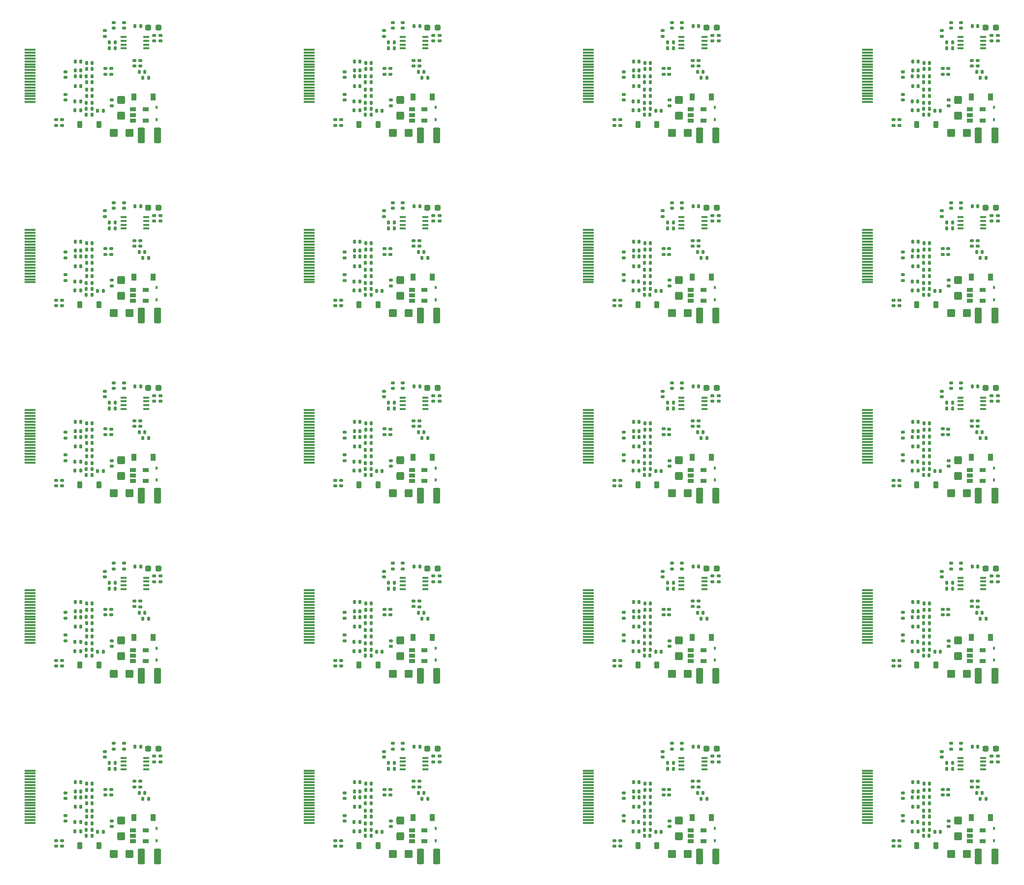
<source format=gbr>
%TF.GenerationSoftware,KiCad,Pcbnew,7.0.6+dfsg-1*%
%TF.CreationDate,2023-08-23T14:28:08+02:00*%
%TF.ProjectId,GPDI_ULX3S_panel,47504449-5f55-44c5-9833-535f70616e65,1.6*%
%TF.SameCoordinates,Original*%
%TF.FileFunction,Paste,Top*%
%TF.FilePolarity,Positive*%
%FSLAX46Y46*%
G04 Gerber Fmt 4.6, Leading zero omitted, Abs format (unit mm)*
G04 Created by KiCad (PCBNEW 7.0.6+dfsg-1) date 2023-08-23 14:28:08*
%MOMM*%
%LPD*%
G01*
G04 APERTURE LIST*
G04 Aperture macros list*
%AMRoundRect*
0 Rectangle with rounded corners*
0 $1 Rounding radius*
0 $2 $3 $4 $5 $6 $7 $8 $9 X,Y pos of 4 corners*
0 Add a 4 corners polygon primitive as box body*
4,1,4,$2,$3,$4,$5,$6,$7,$8,$9,$2,$3,0*
0 Add four circle primitives for the rounded corners*
1,1,$1+$1,$2,$3*
1,1,$1+$1,$4,$5*
1,1,$1+$1,$6,$7*
1,1,$1+$1,$8,$9*
0 Add four rect primitives between the rounded corners*
20,1,$1+$1,$2,$3,$4,$5,0*
20,1,$1+$1,$4,$5,$6,$7,0*
20,1,$1+$1,$6,$7,$8,$9,0*
20,1,$1+$1,$8,$9,$2,$3,0*%
G04 Aperture macros list end*
%ADD10RoundRect,0.147500X0.147500X0.172500X-0.147500X0.172500X-0.147500X-0.172500X0.147500X-0.172500X0*%
%ADD11RoundRect,0.147500X0.172500X-0.147500X0.172500X0.147500X-0.172500X0.147500X-0.172500X-0.147500X0*%
%ADD12RoundRect,0.147500X-0.147500X-0.172500X0.147500X-0.172500X0.147500X0.172500X-0.147500X0.172500X0*%
%ADD13R,0.900000X1.200000*%
%ADD14RoundRect,0.249999X0.425001X-0.450001X0.425001X0.450001X-0.425001X0.450001X-0.425001X-0.450001X0*%
%ADD15R,0.450000X0.600000*%
%ADD16RoundRect,0.225000X-0.225000X-0.375000X0.225000X-0.375000X0.225000X0.375000X-0.225000X0.375000X0*%
%ADD17RoundRect,0.147500X-0.172500X0.147500X-0.172500X-0.147500X0.172500X-0.147500X0.172500X0.147500X0*%
%ADD18R,1.060000X0.650000*%
%ADD19R,1.900000X0.300000*%
%ADD20R,1.100000X0.450000*%
%ADD21RoundRect,0.250000X-0.375000X-1.075000X0.375000X-1.075000X0.375000X1.075000X-0.375000X1.075000X0*%
%ADD22RoundRect,0.237500X-0.287500X-0.237500X0.287500X-0.237500X0.287500X0.237500X-0.287500X0.237500X0*%
%ADD23RoundRect,0.249999X0.450001X0.425001X-0.450001X0.425001X-0.450001X-0.425001X0.450001X-0.425001X0*%
G04 APERTURE END LIST*
D10*
%TO.C,C2*%
X171662451Y-154280000D03*
X170692451Y-154280000D03*
%TD*%
%TO.C,C7*%
X75657647Y-122200000D03*
X74687647Y-122200000D03*
%TD*%
D11*
%TO.C,R3*%
X231427353Y-51835000D03*
X231427353Y-50865000D03*
%TD*%
%TO.C,R3*%
X135427549Y-175835000D03*
X135427549Y-174865000D03*
%TD*%
D10*
%TO.C,C8*%
X219648353Y-181890000D03*
X218678353Y-181890000D03*
%TD*%
D12*
%TO.C,R23*%
X72772647Y-86340000D03*
X73742647Y-86340000D03*
%TD*%
D11*
%TO.C,R12*%
X167107451Y-124025000D03*
X167107451Y-123055000D03*
%TD*%
D13*
%TO.C,D1*%
X178877451Y-61450000D03*
X182177451Y-61450000D03*
%TD*%
D14*
%TO.C,C12*%
X176624911Y-188670180D03*
X176624911Y-185970180D03*
%TD*%
D15*
%TO.C,D3*%
X86752647Y-187275000D03*
X86752647Y-189375000D03*
%TD*%
D12*
%TO.C,R5*%
X174659911Y-84080180D03*
X175629911Y-84080180D03*
%TD*%
D14*
%TO.C,C12*%
X128625009Y-95670180D03*
X128625009Y-92970180D03*
%TD*%
D11*
%TO.C,R4*%
X230327353Y-175835000D03*
X230327353Y-174865000D03*
%TD*%
D10*
%TO.C,C13*%
X223629813Y-145060180D03*
X222659813Y-145060180D03*
%TD*%
D12*
%TO.C,R19*%
X120752549Y-88940000D03*
X121722549Y-88940000D03*
%TD*%
D16*
%TO.C,D4*%
X121515009Y-97220180D03*
X124815009Y-97220180D03*
%TD*%
D10*
%TO.C,R17*%
X221569813Y-187860180D03*
X220599813Y-187860180D03*
%TD*%
D11*
%TO.C,R12*%
X119107549Y-124025000D03*
X119107549Y-123055000D03*
%TD*%
%TO.C,R10*%
X83967267Y-149154820D03*
X83967267Y-148184820D03*
%TD*%
D10*
%TO.C,C2*%
X75662647Y-61280000D03*
X74692647Y-61280000D03*
%TD*%
D17*
%TO.C,R22*%
X174927711Y-87586900D03*
X174927711Y-88556900D03*
%TD*%
D11*
%TO.C,R21*%
X125924509Y-150549280D03*
X125924509Y-149579280D03*
%TD*%
D18*
%TO.C,U1*%
X226652353Y-187625000D03*
X226652353Y-188575000D03*
X226652353Y-189525000D03*
X228852353Y-189525000D03*
X228852353Y-187625000D03*
%TD*%
D11*
%TO.C,R21*%
X77924607Y-150549280D03*
X77924607Y-149579280D03*
%TD*%
D10*
%TO.C,R17*%
X221569813Y-125860180D03*
X220599813Y-125860180D03*
%TD*%
%TO.C,R13*%
X181379171Y-58181880D03*
X180409171Y-58181880D03*
%TD*%
D12*
%TO.C,R15*%
X120762549Y-59580000D03*
X121732549Y-59580000D03*
%TD*%
D10*
%TO.C,C6*%
X123637549Y-186470000D03*
X122667549Y-186470000D03*
%TD*%
D12*
%TO.C,R23*%
X216772353Y-86340000D03*
X217742353Y-86340000D03*
%TD*%
D11*
%TO.C,R12*%
X71107647Y-124025000D03*
X71107647Y-123055000D03*
%TD*%
D17*
%TO.C,R28*%
X117505009Y-189405180D03*
X117505009Y-190375180D03*
%TD*%
D10*
%TO.C,C6*%
X75637647Y-186470000D03*
X74667647Y-186470000D03*
%TD*%
D17*
%TO.C,R22*%
X174927711Y-149586900D03*
X174927711Y-150556900D03*
%TD*%
D12*
%TO.C,R23*%
X216772353Y-179340000D03*
X217742353Y-179340000D03*
%TD*%
D10*
%TO.C,C3*%
X219662353Y-89970000D03*
X218692353Y-89970000D03*
%TD*%
D17*
%TO.C,R16*%
X119096989Y-119153320D03*
X119096989Y-120123320D03*
%TD*%
%TO.C,R28*%
X117505009Y-127405180D03*
X117505009Y-128375180D03*
%TD*%
D16*
%TO.C,D4*%
X169514911Y-66220180D03*
X172814911Y-66220180D03*
%TD*%
D10*
%TO.C,C9*%
X75697647Y-179610000D03*
X74727647Y-179610000D03*
%TD*%
%TO.C,R17*%
X77570107Y-187860180D03*
X76600107Y-187860180D03*
%TD*%
D11*
%TO.C,R29*%
X175014911Y-155975180D03*
X175014911Y-155005180D03*
%TD*%
D10*
%TO.C,C8*%
X171648451Y-150890000D03*
X170678451Y-150890000D03*
%TD*%
D17*
%TO.C,R7*%
X223427353Y-48665000D03*
X223427353Y-49635000D03*
%TD*%
D12*
%TO.C,R23*%
X72772647Y-179340000D03*
X73742647Y-179340000D03*
%TD*%
D14*
%TO.C,C12*%
X128625009Y-157670180D03*
X128625009Y-154970180D03*
%TD*%
D10*
%TO.C,C6*%
X75637647Y-62470000D03*
X74667647Y-62470000D03*
%TD*%
D12*
%TO.C,R5*%
X78660107Y-53080180D03*
X79630107Y-53080180D03*
%TD*%
D14*
%TO.C,C12*%
X176624911Y-95670180D03*
X176624911Y-92970180D03*
%TD*%
D11*
%TO.C,R10*%
X227966973Y-149154820D03*
X227966973Y-148184820D03*
%TD*%
D17*
%TO.C,R6*%
X177127451Y-79665000D03*
X177127451Y-80635000D03*
%TD*%
D11*
%TO.C,R1*%
X173827451Y-82035000D03*
X173827451Y-81065000D03*
%TD*%
D17*
%TO.C,R28*%
X117505009Y-65405180D03*
X117505009Y-66375180D03*
%TD*%
D10*
%TO.C,C1*%
X75642647Y-187520000D03*
X74672647Y-187520000D03*
%TD*%
D16*
%TO.C,D4*%
X121515009Y-128220180D03*
X124815009Y-128220180D03*
%TD*%
D10*
%TO.C,C7*%
X75657647Y-184200000D03*
X74687647Y-184200000D03*
%TD*%
%TO.C,C4*%
X75702647Y-118680000D03*
X74732647Y-118680000D03*
%TD*%
%TO.C,C2*%
X123662549Y-185280000D03*
X122692549Y-185280000D03*
%TD*%
D11*
%TO.C,R29*%
X175014911Y-93975180D03*
X175014911Y-93005180D03*
%TD*%
D10*
%TO.C,R17*%
X173569911Y-125860180D03*
X172599911Y-125860180D03*
%TD*%
D17*
%TO.C,R16*%
X119096989Y-150153320D03*
X119096989Y-151123320D03*
%TD*%
D10*
%TO.C,C3*%
X219662353Y-58970000D03*
X218692353Y-58970000D03*
%TD*%
D11*
%TO.C,R29*%
X79015107Y-124975180D03*
X79015107Y-124005180D03*
%TD*%
D10*
%TO.C,C3*%
X171662451Y-120970000D03*
X170692451Y-120970000D03*
%TD*%
%TO.C,R13*%
X85379367Y-58181880D03*
X84409367Y-58181880D03*
%TD*%
D17*
%TO.C,R16*%
X119096989Y-57153320D03*
X119096989Y-58123320D03*
%TD*%
D15*
%TO.C,D3*%
X230752353Y-94275000D03*
X230752353Y-96375000D03*
%TD*%
D10*
%TO.C,C2*%
X171662451Y-185280000D03*
X170692451Y-185280000D03*
%TD*%
D12*
%TO.C,R14*%
X179786871Y-181168420D03*
X180756871Y-181168420D03*
%TD*%
D17*
%TO.C,R9*%
X178928211Y-86177200D03*
X178928211Y-87147200D03*
%TD*%
D15*
%TO.C,D3*%
X230752353Y-156275000D03*
X230752353Y-158375000D03*
%TD*%
D18*
%TO.C,U1*%
X82652647Y-156625000D03*
X82652647Y-157575000D03*
X82652647Y-158525000D03*
X84852647Y-158525000D03*
X84852647Y-156625000D03*
%TD*%
D19*
%TO.C,P1*%
X112972289Y-62345140D03*
X112972289Y-61845140D03*
X112972289Y-61345140D03*
X112972289Y-60845140D03*
X112972289Y-60345140D03*
X112972289Y-59845140D03*
X112972289Y-59345140D03*
X112972289Y-58845140D03*
X112972289Y-58345140D03*
X112972289Y-57845140D03*
X112972289Y-57345140D03*
X112972289Y-56845140D03*
X112972289Y-56345140D03*
X112972289Y-55845140D03*
X112972289Y-55345140D03*
X112972289Y-54845140D03*
X112972289Y-54345140D03*
X112972289Y-53845140D03*
X112972289Y-53345140D03*
%TD*%
D11*
%TO.C,R4*%
X86327647Y-51835000D03*
X86327647Y-50865000D03*
%TD*%
D20*
%TO.C,U2*%
X84945107Y-84115180D03*
X84945107Y-83465180D03*
X84945107Y-82815180D03*
X84945107Y-82165180D03*
X81045107Y-82165180D03*
X81045107Y-82815180D03*
X81045107Y-83465180D03*
X81045107Y-84115180D03*
%TD*%
D17*
%TO.C,R22*%
X126927809Y-118586900D03*
X126927809Y-119556900D03*
%TD*%
D11*
%TO.C,R1*%
X125827549Y-175035000D03*
X125827549Y-174065000D03*
%TD*%
D21*
%TO.C,L1*%
X228102353Y-161075000D03*
X230902353Y-161075000D03*
%TD*%
D10*
%TO.C,C7*%
X219657353Y-91200000D03*
X218687353Y-91200000D03*
%TD*%
D12*
%TO.C,R20*%
X216772353Y-118930000D03*
X217742353Y-118930000D03*
%TD*%
D10*
%TO.C,C8*%
X171648451Y-119890000D03*
X170678451Y-119890000D03*
%TD*%
D12*
%TO.C,R11*%
X72712647Y-186220000D03*
X73682647Y-186220000D03*
%TD*%
D10*
%TO.C,C1*%
X75642647Y-94520000D03*
X74672647Y-94520000D03*
%TD*%
D20*
%TO.C,U2*%
X84945107Y-53115180D03*
X84945107Y-52465180D03*
X84945107Y-51815180D03*
X84945107Y-51165180D03*
X81045107Y-51165180D03*
X81045107Y-51815180D03*
X81045107Y-52465180D03*
X81045107Y-53115180D03*
%TD*%
D10*
%TO.C,C3*%
X123662549Y-151970000D03*
X122692549Y-151970000D03*
%TD*%
D16*
%TO.C,D4*%
X217514813Y-190220180D03*
X220814813Y-190220180D03*
%TD*%
D17*
%TO.C,R22*%
X174927711Y-180586900D03*
X174927711Y-181556900D03*
%TD*%
D12*
%TO.C,R14*%
X179786871Y-88168420D03*
X180756871Y-88168420D03*
%TD*%
D10*
%TO.C,C7*%
X123657549Y-91200000D03*
X122687549Y-91200000D03*
%TD*%
D11*
%TO.C,R10*%
X179967071Y-149154820D03*
X179967071Y-148184820D03*
%TD*%
D10*
%TO.C,C7*%
X219657353Y-153200000D03*
X218687353Y-153200000D03*
%TD*%
%TO.C,C7*%
X123657549Y-122200000D03*
X122687549Y-122200000D03*
%TD*%
D12*
%TO.C,R8*%
X72730107Y-63770180D03*
X73700107Y-63770180D03*
%TD*%
D17*
%TO.C,R22*%
X126927809Y-56586900D03*
X126927809Y-57556900D03*
%TD*%
D19*
%TO.C,P1*%
X160972191Y-62345140D03*
X160972191Y-61845140D03*
X160972191Y-61345140D03*
X160972191Y-60845140D03*
X160972191Y-60345140D03*
X160972191Y-59845140D03*
X160972191Y-59345140D03*
X160972191Y-58845140D03*
X160972191Y-58345140D03*
X160972191Y-57845140D03*
X160972191Y-57345140D03*
X160972191Y-56845140D03*
X160972191Y-56345140D03*
X160972191Y-55845140D03*
X160972191Y-55345140D03*
X160972191Y-54845140D03*
X160972191Y-54345140D03*
X160972191Y-53845140D03*
X160972191Y-53345140D03*
%TD*%
D12*
%TO.C,R8*%
X120730009Y-63770180D03*
X121700009Y-63770180D03*
%TD*%
%TO.C,R19*%
X216752353Y-181940000D03*
X217722353Y-181940000D03*
%TD*%
D17*
%TO.C,R16*%
X71097087Y-150153320D03*
X71097087Y-151123320D03*
%TD*%
D12*
%TO.C,R5*%
X222659813Y-177080180D03*
X223629813Y-177080180D03*
%TD*%
D18*
%TO.C,U1*%
X178652451Y-187625000D03*
X178652451Y-188575000D03*
X178652451Y-189525000D03*
X180852451Y-189525000D03*
X180852451Y-187625000D03*
%TD*%
D12*
%TO.C,R19*%
X120752549Y-119940000D03*
X121722549Y-119940000D03*
%TD*%
%TO.C,R14*%
X131786969Y-57168420D03*
X132756969Y-57168420D03*
%TD*%
D10*
%TO.C,C3*%
X123662549Y-89970000D03*
X122692549Y-89970000D03*
%TD*%
D12*
%TO.C,R8*%
X120730009Y-156770180D03*
X121700009Y-156770180D03*
%TD*%
D10*
%TO.C,C8*%
X123648549Y-119890000D03*
X122678549Y-119890000D03*
%TD*%
D12*
%TO.C,R23*%
X216772353Y-148340000D03*
X217742353Y-148340000D03*
%TD*%
D10*
%TO.C,C9*%
X219697353Y-86610000D03*
X218727353Y-86610000D03*
%TD*%
D11*
%TO.C,R3*%
X183427451Y-144835000D03*
X183427451Y-143865000D03*
%TD*%
D17*
%TO.C,R7*%
X175427451Y-79665000D03*
X175427451Y-80635000D03*
%TD*%
D10*
%TO.C,R17*%
X125570009Y-125860180D03*
X124600009Y-125860180D03*
%TD*%
D19*
%TO.C,P1*%
X112972289Y-124345140D03*
X112972289Y-123845140D03*
X112972289Y-123345140D03*
X112972289Y-122845140D03*
X112972289Y-122345140D03*
X112972289Y-121845140D03*
X112972289Y-121345140D03*
X112972289Y-120845140D03*
X112972289Y-120345140D03*
X112972289Y-119845140D03*
X112972289Y-119345140D03*
X112972289Y-118845140D03*
X112972289Y-118345140D03*
X112972289Y-117845140D03*
X112972289Y-117345140D03*
X112972289Y-116845140D03*
X112972289Y-116345140D03*
X112972289Y-115845140D03*
X112972289Y-115345140D03*
%TD*%
D20*
%TO.C,U2*%
X84945107Y-115115180D03*
X84945107Y-114465180D03*
X84945107Y-113815180D03*
X84945107Y-113165180D03*
X81045107Y-113165180D03*
X81045107Y-113815180D03*
X81045107Y-114465180D03*
X81045107Y-115115180D03*
%TD*%
D11*
%TO.C,R21*%
X173924411Y-88549280D03*
X173924411Y-87579280D03*
%TD*%
%TO.C,R21*%
X125924509Y-119549280D03*
X125924509Y-118579280D03*
%TD*%
D10*
%TO.C,R2*%
X132012549Y-80250000D03*
X131042549Y-80250000D03*
%TD*%
D15*
%TO.C,D3*%
X134752549Y-125275000D03*
X134752549Y-127375000D03*
%TD*%
D17*
%TO.C,R6*%
X177127451Y-141665000D03*
X177127451Y-142635000D03*
%TD*%
D11*
%TO.C,R3*%
X135427549Y-144835000D03*
X135427549Y-143865000D03*
%TD*%
D12*
%TO.C,R8*%
X120730009Y-125770180D03*
X121700009Y-125770180D03*
%TD*%
D11*
%TO.C,R21*%
X173924411Y-150549280D03*
X173924411Y-149579280D03*
%TD*%
D12*
%TO.C,R8*%
X72730107Y-187770180D03*
X73700107Y-187770180D03*
%TD*%
D19*
%TO.C,P1*%
X112972289Y-93345140D03*
X112972289Y-92845140D03*
X112972289Y-92345140D03*
X112972289Y-91845140D03*
X112972289Y-91345140D03*
X112972289Y-90845140D03*
X112972289Y-90345140D03*
X112972289Y-89845140D03*
X112972289Y-89345140D03*
X112972289Y-88845140D03*
X112972289Y-88345140D03*
X112972289Y-87845140D03*
X112972289Y-87345140D03*
X112972289Y-86845140D03*
X112972289Y-86345140D03*
X112972289Y-85845140D03*
X112972289Y-85345140D03*
X112972289Y-84845140D03*
X112972289Y-84345140D03*
%TD*%
D12*
%TO.C,R5*%
X222659813Y-115080180D03*
X223629813Y-115080180D03*
%TD*%
D18*
%TO.C,U1*%
X130652549Y-63625000D03*
X130652549Y-64575000D03*
X130652549Y-65525000D03*
X132852549Y-65525000D03*
X132852549Y-63625000D03*
%TD*%
D12*
%TO.C,R11*%
X72712647Y-62220000D03*
X73682647Y-62220000D03*
%TD*%
D10*
%TO.C,C9*%
X123697549Y-117610000D03*
X122727549Y-117610000D03*
%TD*%
D20*
%TO.C,U2*%
X228944813Y-53115180D03*
X228944813Y-52465180D03*
X228944813Y-51815180D03*
X228944813Y-51165180D03*
X225044813Y-51165180D03*
X225044813Y-51815180D03*
X225044813Y-52465180D03*
X225044813Y-53115180D03*
%TD*%
D10*
%TO.C,C8*%
X219648353Y-57890000D03*
X218678353Y-57890000D03*
%TD*%
D12*
%TO.C,R14*%
X83787067Y-88168420D03*
X84757067Y-88168420D03*
%TD*%
%TO.C,R14*%
X227786773Y-181168420D03*
X228756773Y-181168420D03*
%TD*%
D13*
%TO.C,D1*%
X130877549Y-92450000D03*
X134177549Y-92450000D03*
%TD*%
D10*
%TO.C,C7*%
X75657647Y-60200000D03*
X74687647Y-60200000D03*
%TD*%
%TO.C,C3*%
X171662451Y-89970000D03*
X170692451Y-89970000D03*
%TD*%
%TO.C,R18*%
X75630107Y-157530180D03*
X74660107Y-157530180D03*
%TD*%
%TO.C,R17*%
X173569911Y-187860180D03*
X172599911Y-187860180D03*
%TD*%
D17*
%TO.C,R16*%
X71097087Y-88153320D03*
X71097087Y-89123320D03*
%TD*%
D14*
%TO.C,C12*%
X80625107Y-157670180D03*
X80625107Y-154970180D03*
%TD*%
D12*
%TO.C,R5*%
X174659911Y-177080180D03*
X175629911Y-177080180D03*
%TD*%
D17*
%TO.C,R28*%
X165504911Y-158405180D03*
X165504911Y-159375180D03*
%TD*%
D10*
%TO.C,C13*%
X223629813Y-83060180D03*
X222659813Y-83060180D03*
%TD*%
%TO.C,C1*%
X219642353Y-187520000D03*
X218672353Y-187520000D03*
%TD*%
%TO.C,C2*%
X219662353Y-92280000D03*
X218692353Y-92280000D03*
%TD*%
D11*
%TO.C,R12*%
X71107647Y-93025000D03*
X71107647Y-92055000D03*
%TD*%
D10*
%TO.C,C4*%
X123702549Y-149680000D03*
X122732549Y-149680000D03*
%TD*%
D11*
%TO.C,R3*%
X135427549Y-82835000D03*
X135427549Y-81865000D03*
%TD*%
D22*
%TO.C,D2*%
X229352353Y-111550000D03*
X231102353Y-111550000D03*
%TD*%
D11*
%TO.C,R4*%
X230327353Y-82835000D03*
X230327353Y-81865000D03*
%TD*%
%TO.C,C5*%
X70505107Y-128375180D03*
X70505107Y-127405180D03*
%TD*%
D12*
%TO.C,R20*%
X120772549Y-87930000D03*
X121742549Y-87930000D03*
%TD*%
D10*
%TO.C,R17*%
X221569813Y-63860180D03*
X220599813Y-63860180D03*
%TD*%
D21*
%TO.C,L1*%
X228102353Y-192075000D03*
X230902353Y-192075000D03*
%TD*%
D11*
%TO.C,R29*%
X175014911Y-62975180D03*
X175014911Y-62005180D03*
%TD*%
D10*
%TO.C,C13*%
X127630009Y-52060180D03*
X126660009Y-52060180D03*
%TD*%
%TO.C,C3*%
X75662647Y-58970000D03*
X74692647Y-58970000D03*
%TD*%
D15*
%TO.C,D3*%
X182752451Y-94275000D03*
X182752451Y-96375000D03*
%TD*%
D12*
%TO.C,R14*%
X179786871Y-57168420D03*
X180756871Y-57168420D03*
%TD*%
D17*
%TO.C,R9*%
X226928113Y-148177200D03*
X226928113Y-149147200D03*
%TD*%
D19*
%TO.C,P1*%
X64972387Y-62345140D03*
X64972387Y-61845140D03*
X64972387Y-61345140D03*
X64972387Y-60845140D03*
X64972387Y-60345140D03*
X64972387Y-59845140D03*
X64972387Y-59345140D03*
X64972387Y-58845140D03*
X64972387Y-58345140D03*
X64972387Y-57845140D03*
X64972387Y-57345140D03*
X64972387Y-56845140D03*
X64972387Y-56345140D03*
X64972387Y-55845140D03*
X64972387Y-55345140D03*
X64972387Y-54845140D03*
X64972387Y-54345140D03*
X64972387Y-53845140D03*
X64972387Y-53345140D03*
%TD*%
D22*
%TO.C,D2*%
X85352647Y-80550000D03*
X87102647Y-80550000D03*
%TD*%
D11*
%TO.C,R10*%
X179967071Y-87154820D03*
X179967071Y-86184820D03*
%TD*%
D10*
%TO.C,C6*%
X123637549Y-62470000D03*
X122667549Y-62470000D03*
%TD*%
D20*
%TO.C,U2*%
X228944813Y-115115180D03*
X228944813Y-114465180D03*
X228944813Y-113815180D03*
X228944813Y-113165180D03*
X225044813Y-113165180D03*
X225044813Y-113815180D03*
X225044813Y-114465180D03*
X225044813Y-115115180D03*
%TD*%
D10*
%TO.C,R17*%
X77570107Y-63860180D03*
X76600107Y-63860180D03*
%TD*%
D21*
%TO.C,L1*%
X228102353Y-68075000D03*
X230902353Y-68075000D03*
%TD*%
D17*
%TO.C,R7*%
X175427451Y-48665000D03*
X175427451Y-49635000D03*
%TD*%
D11*
%TO.C,R1*%
X221827353Y-51035000D03*
X221827353Y-50065000D03*
%TD*%
D23*
%TO.C,C11*%
X226122313Y-98670180D03*
X223422313Y-98670180D03*
%TD*%
D21*
%TO.C,L1*%
X132102549Y-161075000D03*
X134902549Y-161075000D03*
%TD*%
D18*
%TO.C,U1*%
X226652353Y-156625000D03*
X226652353Y-157575000D03*
X226652353Y-158525000D03*
X228852353Y-158525000D03*
X228852353Y-156625000D03*
%TD*%
D10*
%TO.C,C4*%
X123702549Y-118680000D03*
X122732549Y-118680000D03*
%TD*%
D20*
%TO.C,U2*%
X132945009Y-146115180D03*
X132945009Y-145465180D03*
X132945009Y-144815180D03*
X132945009Y-144165180D03*
X129045009Y-144165180D03*
X129045009Y-144815180D03*
X129045009Y-145465180D03*
X129045009Y-146115180D03*
%TD*%
D11*
%TO.C,R12*%
X119107549Y-186025000D03*
X119107549Y-185055000D03*
%TD*%
D10*
%TO.C,C8*%
X123648549Y-57890000D03*
X122678549Y-57890000D03*
%TD*%
D11*
%TO.C,R29*%
X127015009Y-62975180D03*
X127015009Y-62005180D03*
%TD*%
D18*
%TO.C,U1*%
X178652451Y-63625000D03*
X178652451Y-64575000D03*
X178652451Y-65525000D03*
X180852451Y-65525000D03*
X180852451Y-63625000D03*
%TD*%
D12*
%TO.C,R20*%
X120772549Y-149930000D03*
X121742549Y-149930000D03*
%TD*%
D23*
%TO.C,C11*%
X130122509Y-98670180D03*
X127422509Y-98670180D03*
%TD*%
D11*
%TO.C,R1*%
X125827549Y-144035000D03*
X125827549Y-143065000D03*
%TD*%
%TO.C,R29*%
X127015009Y-124975180D03*
X127015009Y-124005180D03*
%TD*%
D20*
%TO.C,U2*%
X228944813Y-84115180D03*
X228944813Y-83465180D03*
X228944813Y-82815180D03*
X228944813Y-82165180D03*
X225044813Y-82165180D03*
X225044813Y-82815180D03*
X225044813Y-83465180D03*
X225044813Y-84115180D03*
%TD*%
D12*
%TO.C,R15*%
X120762549Y-183580000D03*
X121732549Y-183580000D03*
%TD*%
D14*
%TO.C,C12*%
X128625009Y-188670180D03*
X128625009Y-185970180D03*
%TD*%
D12*
%TO.C,R20*%
X120772549Y-118930000D03*
X121742549Y-118930000D03*
%TD*%
D17*
%TO.C,R6*%
X129127549Y-79665000D03*
X129127549Y-80635000D03*
%TD*%
D12*
%TO.C,R8*%
X120730009Y-187770180D03*
X121700009Y-187770180D03*
%TD*%
D10*
%TO.C,C9*%
X171697451Y-55610000D03*
X170727451Y-55610000D03*
%TD*%
D17*
%TO.C,R9*%
X226928113Y-179177200D03*
X226928113Y-180147200D03*
%TD*%
D21*
%TO.C,L1*%
X228102353Y-130075000D03*
X230902353Y-130075000D03*
%TD*%
D19*
%TO.C,P1*%
X208972093Y-62345140D03*
X208972093Y-61845140D03*
X208972093Y-61345140D03*
X208972093Y-60845140D03*
X208972093Y-60345140D03*
X208972093Y-59845140D03*
X208972093Y-59345140D03*
X208972093Y-58845140D03*
X208972093Y-58345140D03*
X208972093Y-57845140D03*
X208972093Y-57345140D03*
X208972093Y-56845140D03*
X208972093Y-56345140D03*
X208972093Y-55845140D03*
X208972093Y-55345140D03*
X208972093Y-54845140D03*
X208972093Y-54345140D03*
X208972093Y-53845140D03*
X208972093Y-53345140D03*
%TD*%
D11*
%TO.C,C5*%
X70505107Y-97375180D03*
X70505107Y-96405180D03*
%TD*%
D10*
%TO.C,C3*%
X75662647Y-182970000D03*
X74692647Y-182970000D03*
%TD*%
%TO.C,R18*%
X75630107Y-188530180D03*
X74660107Y-188530180D03*
%TD*%
%TO.C,C7*%
X171657451Y-91200000D03*
X170687451Y-91200000D03*
%TD*%
D17*
%TO.C,R28*%
X117505009Y-158405180D03*
X117505009Y-159375180D03*
%TD*%
D10*
%TO.C,R18*%
X123630009Y-95530180D03*
X122660009Y-95530180D03*
%TD*%
D12*
%TO.C,R5*%
X174659911Y-146080180D03*
X175629911Y-146080180D03*
%TD*%
%TO.C,R19*%
X216752353Y-119940000D03*
X217722353Y-119940000D03*
%TD*%
D10*
%TO.C,C4*%
X171702451Y-87680000D03*
X170732451Y-87680000D03*
%TD*%
%TO.C,C2*%
X123662549Y-92280000D03*
X122692549Y-92280000D03*
%TD*%
D12*
%TO.C,R19*%
X168752451Y-57940000D03*
X169722451Y-57940000D03*
%TD*%
D18*
%TO.C,U1*%
X82652647Y-187625000D03*
X82652647Y-188575000D03*
X82652647Y-189525000D03*
X84852647Y-189525000D03*
X84852647Y-187625000D03*
%TD*%
D11*
%TO.C,R10*%
X131967169Y-180154820D03*
X131967169Y-179184820D03*
%TD*%
D17*
%TO.C,R16*%
X119096989Y-88153320D03*
X119096989Y-89123320D03*
%TD*%
D12*
%TO.C,R23*%
X168772451Y-55340000D03*
X169742451Y-55340000D03*
%TD*%
D17*
%TO.C,R16*%
X167096891Y-150153320D03*
X167096891Y-151123320D03*
%TD*%
D11*
%TO.C,R21*%
X125924509Y-181549280D03*
X125924509Y-180579280D03*
%TD*%
D10*
%TO.C,C2*%
X171662451Y-123280000D03*
X170692451Y-123280000D03*
%TD*%
%TO.C,C6*%
X75637647Y-155470000D03*
X74667647Y-155470000D03*
%TD*%
D12*
%TO.C,R14*%
X83787067Y-150168420D03*
X84757067Y-150168420D03*
%TD*%
D10*
%TO.C,R13*%
X229379073Y-182181880D03*
X228409073Y-182181880D03*
%TD*%
%TO.C,C6*%
X219637353Y-186470000D03*
X218667353Y-186470000D03*
%TD*%
%TO.C,R17*%
X173569911Y-156860180D03*
X172599911Y-156860180D03*
%TD*%
D12*
%TO.C,R14*%
X131786969Y-119168420D03*
X132756969Y-119168420D03*
%TD*%
D10*
%TO.C,C13*%
X127630009Y-114060180D03*
X126660009Y-114060180D03*
%TD*%
D23*
%TO.C,C11*%
X82122607Y-191670180D03*
X79422607Y-191670180D03*
%TD*%
%TO.C,C11*%
X82122607Y-129670180D03*
X79422607Y-129670180D03*
%TD*%
D20*
%TO.C,U2*%
X84945107Y-146115180D03*
X84945107Y-145465180D03*
X84945107Y-144815180D03*
X84945107Y-144165180D03*
X81045107Y-144165180D03*
X81045107Y-144815180D03*
X81045107Y-145465180D03*
X81045107Y-146115180D03*
%TD*%
D12*
%TO.C,R19*%
X120752549Y-150940000D03*
X121722549Y-150940000D03*
%TD*%
D11*
%TO.C,C5*%
X166504911Y-159375180D03*
X166504911Y-158405180D03*
%TD*%
D13*
%TO.C,D1*%
X82877647Y-61450000D03*
X86177647Y-61450000D03*
%TD*%
D11*
%TO.C,R21*%
X125924509Y-57549280D03*
X125924509Y-56579280D03*
%TD*%
D10*
%TO.C,C9*%
X123697549Y-55610000D03*
X122727549Y-55610000D03*
%TD*%
D22*
%TO.C,D2*%
X85352647Y-111550000D03*
X87102647Y-111550000D03*
%TD*%
D11*
%TO.C,R4*%
X86327647Y-113835000D03*
X86327647Y-112865000D03*
%TD*%
D16*
%TO.C,D4*%
X73515107Y-159220180D03*
X76815107Y-159220180D03*
%TD*%
D10*
%TO.C,C2*%
X219662353Y-61280000D03*
X218692353Y-61280000D03*
%TD*%
D22*
%TO.C,D2*%
X85352647Y-173550000D03*
X87102647Y-173550000D03*
%TD*%
D17*
%TO.C,R7*%
X127427549Y-141665000D03*
X127427549Y-142635000D03*
%TD*%
D12*
%TO.C,R11*%
X216712353Y-93220000D03*
X217682353Y-93220000D03*
%TD*%
%TO.C,R14*%
X83787067Y-181168420D03*
X84757067Y-181168420D03*
%TD*%
%TO.C,R11*%
X216712353Y-186220000D03*
X217682353Y-186220000D03*
%TD*%
D17*
%TO.C,R7*%
X223427353Y-110665000D03*
X223427353Y-111635000D03*
%TD*%
D10*
%TO.C,C13*%
X79630107Y-176060180D03*
X78660107Y-176060180D03*
%TD*%
%TO.C,R18*%
X219629813Y-95530180D03*
X218659813Y-95530180D03*
%TD*%
D12*
%TO.C,R8*%
X72730107Y-125770180D03*
X73700107Y-125770180D03*
%TD*%
D17*
%TO.C,R28*%
X213504813Y-158405180D03*
X213504813Y-159375180D03*
%TD*%
D12*
%TO.C,R5*%
X126660009Y-115080180D03*
X127630009Y-115080180D03*
%TD*%
D10*
%TO.C,C7*%
X123657549Y-184200000D03*
X122687549Y-184200000D03*
%TD*%
D12*
%TO.C,R5*%
X174659911Y-53080180D03*
X175629911Y-53080180D03*
%TD*%
D11*
%TO.C,R3*%
X231427353Y-175835000D03*
X231427353Y-174865000D03*
%TD*%
D12*
%TO.C,R15*%
X168762451Y-121580000D03*
X169732451Y-121580000D03*
%TD*%
%TO.C,R14*%
X131786969Y-181168420D03*
X132756969Y-181168420D03*
%TD*%
D10*
%TO.C,C4*%
X123702549Y-180680000D03*
X122732549Y-180680000D03*
%TD*%
%TO.C,R2*%
X84012647Y-49250000D03*
X83042647Y-49250000D03*
%TD*%
D12*
%TO.C,R20*%
X120772549Y-180930000D03*
X121742549Y-180930000D03*
%TD*%
D20*
%TO.C,U2*%
X180944911Y-115115180D03*
X180944911Y-114465180D03*
X180944911Y-113815180D03*
X180944911Y-113165180D03*
X177044911Y-113165180D03*
X177044911Y-113815180D03*
X177044911Y-114465180D03*
X177044911Y-115115180D03*
%TD*%
D12*
%TO.C,R20*%
X72772647Y-56930000D03*
X73742647Y-56930000D03*
%TD*%
D17*
%TO.C,R9*%
X130928309Y-117177200D03*
X130928309Y-118147200D03*
%TD*%
D13*
%TO.C,D1*%
X82877647Y-154450000D03*
X86177647Y-154450000D03*
%TD*%
D11*
%TO.C,R1*%
X221827353Y-175035000D03*
X221827353Y-174065000D03*
%TD*%
D16*
%TO.C,D4*%
X121515009Y-159220180D03*
X124815009Y-159220180D03*
%TD*%
D11*
%TO.C,R12*%
X167107451Y-93025000D03*
X167107451Y-92055000D03*
%TD*%
D10*
%TO.C,R17*%
X173569911Y-63860180D03*
X172599911Y-63860180D03*
%TD*%
%TO.C,R13*%
X133379269Y-89181880D03*
X132409269Y-89181880D03*
%TD*%
D17*
%TO.C,R16*%
X167096891Y-181153320D03*
X167096891Y-182123320D03*
%TD*%
D15*
%TO.C,D3*%
X86752647Y-125275000D03*
X86752647Y-127375000D03*
%TD*%
D10*
%TO.C,C9*%
X123697549Y-148610000D03*
X122727549Y-148610000D03*
%TD*%
D17*
%TO.C,R9*%
X82928407Y-117177200D03*
X82928407Y-118147200D03*
%TD*%
D10*
%TO.C,C9*%
X171697451Y-148610000D03*
X170727451Y-148610000D03*
%TD*%
D12*
%TO.C,R14*%
X227786773Y-57168420D03*
X228756773Y-57168420D03*
%TD*%
D10*
%TO.C,C3*%
X123662549Y-182970000D03*
X122692549Y-182970000D03*
%TD*%
D19*
%TO.C,P1*%
X112972289Y-155345140D03*
X112972289Y-154845140D03*
X112972289Y-154345140D03*
X112972289Y-153845140D03*
X112972289Y-153345140D03*
X112972289Y-152845140D03*
X112972289Y-152345140D03*
X112972289Y-151845140D03*
X112972289Y-151345140D03*
X112972289Y-150845140D03*
X112972289Y-150345140D03*
X112972289Y-149845140D03*
X112972289Y-149345140D03*
X112972289Y-148845140D03*
X112972289Y-148345140D03*
X112972289Y-147845140D03*
X112972289Y-147345140D03*
X112972289Y-146845140D03*
X112972289Y-146345140D03*
%TD*%
D12*
%TO.C,R14*%
X131786969Y-88168420D03*
X132756969Y-88168420D03*
%TD*%
D17*
%TO.C,R22*%
X222927613Y-87586900D03*
X222927613Y-88556900D03*
%TD*%
D11*
%TO.C,R21*%
X77924607Y-57549280D03*
X77924607Y-56579280D03*
%TD*%
D17*
%TO.C,R22*%
X174927711Y-118586900D03*
X174927711Y-119556900D03*
%TD*%
D10*
%TO.C,R17*%
X125570009Y-156860180D03*
X124600009Y-156860180D03*
%TD*%
%TO.C,R2*%
X228012353Y-142250000D03*
X227042353Y-142250000D03*
%TD*%
D12*
%TO.C,R23*%
X72772647Y-117340000D03*
X73742647Y-117340000D03*
%TD*%
D10*
%TO.C,R2*%
X132012549Y-142250000D03*
X131042549Y-142250000D03*
%TD*%
D15*
%TO.C,D3*%
X230752353Y-125275000D03*
X230752353Y-127375000D03*
%TD*%
D10*
%TO.C,C9*%
X75697647Y-148610000D03*
X74727647Y-148610000D03*
%TD*%
D11*
%TO.C,R4*%
X134327549Y-144835000D03*
X134327549Y-143865000D03*
%TD*%
D12*
%TO.C,R19*%
X120752549Y-181940000D03*
X121722549Y-181940000D03*
%TD*%
%TO.C,R15*%
X120762549Y-152580000D03*
X121732549Y-152580000D03*
%TD*%
%TO.C,R15*%
X168762451Y-59580000D03*
X169732451Y-59580000D03*
%TD*%
D17*
%TO.C,R7*%
X127427549Y-110665000D03*
X127427549Y-111635000D03*
%TD*%
D10*
%TO.C,C3*%
X171662451Y-151970000D03*
X170692451Y-151970000D03*
%TD*%
%TO.C,C3*%
X171662451Y-58970000D03*
X170692451Y-58970000D03*
%TD*%
D20*
%TO.C,U2*%
X84945107Y-177115180D03*
X84945107Y-176465180D03*
X84945107Y-175815180D03*
X84945107Y-175165180D03*
X81045107Y-175165180D03*
X81045107Y-175815180D03*
X81045107Y-176465180D03*
X81045107Y-177115180D03*
%TD*%
D15*
%TO.C,D3*%
X182752451Y-156275000D03*
X182752451Y-158375000D03*
%TD*%
D17*
%TO.C,R28*%
X69505107Y-127405180D03*
X69505107Y-128375180D03*
%TD*%
D10*
%TO.C,C4*%
X219702353Y-118680000D03*
X218732353Y-118680000D03*
%TD*%
D17*
%TO.C,R9*%
X226928113Y-86177200D03*
X226928113Y-87147200D03*
%TD*%
D23*
%TO.C,C11*%
X130122509Y-129670180D03*
X127422509Y-129670180D03*
%TD*%
D17*
%TO.C,R28*%
X213504813Y-65405180D03*
X213504813Y-66375180D03*
%TD*%
D11*
%TO.C,R10*%
X83967267Y-87154820D03*
X83967267Y-86184820D03*
%TD*%
D23*
%TO.C,C11*%
X130122509Y-191670180D03*
X127422509Y-191670180D03*
%TD*%
D10*
%TO.C,C13*%
X175629911Y-176060180D03*
X174659911Y-176060180D03*
%TD*%
D17*
%TO.C,R22*%
X126927809Y-149586900D03*
X126927809Y-150556900D03*
%TD*%
%TO.C,R22*%
X222927613Y-180586900D03*
X222927613Y-181556900D03*
%TD*%
D10*
%TO.C,C6*%
X171637451Y-155470000D03*
X170667451Y-155470000D03*
%TD*%
D15*
%TO.C,D3*%
X182752451Y-125275000D03*
X182752451Y-127375000D03*
%TD*%
D12*
%TO.C,R11*%
X216712353Y-124220000D03*
X217682353Y-124220000D03*
%TD*%
D23*
%TO.C,C11*%
X178122411Y-129670180D03*
X175422411Y-129670180D03*
%TD*%
D10*
%TO.C,C8*%
X75648647Y-88890000D03*
X74678647Y-88890000D03*
%TD*%
D12*
%TO.C,R20*%
X216772353Y-149930000D03*
X217742353Y-149930000D03*
%TD*%
D10*
%TO.C,C6*%
X123637549Y-124470000D03*
X122667549Y-124470000D03*
%TD*%
D13*
%TO.C,D1*%
X178877451Y-123450000D03*
X182177451Y-123450000D03*
%TD*%
D15*
%TO.C,D3*%
X134752549Y-187275000D03*
X134752549Y-189375000D03*
%TD*%
D17*
%TO.C,R28*%
X69505107Y-189405180D03*
X69505107Y-190375180D03*
%TD*%
D10*
%TO.C,R13*%
X181379171Y-151181880D03*
X180409171Y-151181880D03*
%TD*%
%TO.C,C7*%
X171657451Y-153200000D03*
X170687451Y-153200000D03*
%TD*%
D12*
%TO.C,R19*%
X168752451Y-150940000D03*
X169722451Y-150940000D03*
%TD*%
D10*
%TO.C,C6*%
X123637549Y-93470000D03*
X122667549Y-93470000D03*
%TD*%
D17*
%TO.C,R22*%
X78927907Y-180586900D03*
X78927907Y-181556900D03*
%TD*%
D10*
%TO.C,C3*%
X171662451Y-182970000D03*
X170692451Y-182970000D03*
%TD*%
D11*
%TO.C,R29*%
X223014813Y-124975180D03*
X223014813Y-124005180D03*
%TD*%
D10*
%TO.C,C1*%
X123642549Y-125520000D03*
X122672549Y-125520000D03*
%TD*%
D16*
%TO.C,D4*%
X121515009Y-190220180D03*
X124815009Y-190220180D03*
%TD*%
D17*
%TO.C,R9*%
X82928407Y-86177200D03*
X82928407Y-87147200D03*
%TD*%
D10*
%TO.C,C1*%
X219642353Y-63520000D03*
X218672353Y-63520000D03*
%TD*%
D11*
%TO.C,R3*%
X135427549Y-113835000D03*
X135427549Y-112865000D03*
%TD*%
%TO.C,R10*%
X131967169Y-118154820D03*
X131967169Y-117184820D03*
%TD*%
D17*
%TO.C,R6*%
X129127549Y-48665000D03*
X129127549Y-49635000D03*
%TD*%
%TO.C,R7*%
X223427353Y-141665000D03*
X223427353Y-142635000D03*
%TD*%
D12*
%TO.C,R5*%
X222659813Y-53080180D03*
X223629813Y-53080180D03*
%TD*%
%TO.C,R8*%
X168729911Y-125770180D03*
X169699911Y-125770180D03*
%TD*%
D10*
%TO.C,R18*%
X171629911Y-157530180D03*
X170659911Y-157530180D03*
%TD*%
D17*
%TO.C,R6*%
X177127451Y-48665000D03*
X177127451Y-49635000D03*
%TD*%
D22*
%TO.C,D2*%
X133352549Y-111550000D03*
X135102549Y-111550000D03*
%TD*%
D10*
%TO.C,C8*%
X171648451Y-181890000D03*
X170678451Y-181890000D03*
%TD*%
D19*
%TO.C,P1*%
X208972093Y-124345140D03*
X208972093Y-123845140D03*
X208972093Y-123345140D03*
X208972093Y-122845140D03*
X208972093Y-122345140D03*
X208972093Y-121845140D03*
X208972093Y-121345140D03*
X208972093Y-120845140D03*
X208972093Y-120345140D03*
X208972093Y-119845140D03*
X208972093Y-119345140D03*
X208972093Y-118845140D03*
X208972093Y-118345140D03*
X208972093Y-117845140D03*
X208972093Y-117345140D03*
X208972093Y-116845140D03*
X208972093Y-116345140D03*
X208972093Y-115845140D03*
X208972093Y-115345140D03*
%TD*%
D12*
%TO.C,R19*%
X72752647Y-88940000D03*
X73722647Y-88940000D03*
%TD*%
%TO.C,R15*%
X216762353Y-90580000D03*
X217732353Y-90580000D03*
%TD*%
D10*
%TO.C,C1*%
X123642549Y-63520000D03*
X122672549Y-63520000D03*
%TD*%
D11*
%TO.C,R29*%
X79015107Y-93975180D03*
X79015107Y-93005180D03*
%TD*%
D18*
%TO.C,U1*%
X82652647Y-63625000D03*
X82652647Y-64575000D03*
X82652647Y-65525000D03*
X84852647Y-65525000D03*
X84852647Y-63625000D03*
%TD*%
D12*
%TO.C,R5*%
X78660107Y-84080180D03*
X79630107Y-84080180D03*
%TD*%
D11*
%TO.C,C5*%
X118505009Y-159375180D03*
X118505009Y-158405180D03*
%TD*%
D10*
%TO.C,R2*%
X84012647Y-111250000D03*
X83042647Y-111250000D03*
%TD*%
%TO.C,C6*%
X219637353Y-62470000D03*
X218667353Y-62470000D03*
%TD*%
D12*
%TO.C,R5*%
X222659813Y-146080180D03*
X223629813Y-146080180D03*
%TD*%
D10*
%TO.C,R17*%
X125570009Y-63860180D03*
X124600009Y-63860180D03*
%TD*%
%TO.C,C4*%
X171702451Y-180680000D03*
X170732451Y-180680000D03*
%TD*%
D19*
%TO.C,P1*%
X208972093Y-155345140D03*
X208972093Y-154845140D03*
X208972093Y-154345140D03*
X208972093Y-153845140D03*
X208972093Y-153345140D03*
X208972093Y-152845140D03*
X208972093Y-152345140D03*
X208972093Y-151845140D03*
X208972093Y-151345140D03*
X208972093Y-150845140D03*
X208972093Y-150345140D03*
X208972093Y-149845140D03*
X208972093Y-149345140D03*
X208972093Y-148845140D03*
X208972093Y-148345140D03*
X208972093Y-147845140D03*
X208972093Y-147345140D03*
X208972093Y-146845140D03*
X208972093Y-146345140D03*
%TD*%
D17*
%TO.C,R9*%
X178928211Y-117177200D03*
X178928211Y-118147200D03*
%TD*%
D12*
%TO.C,R19*%
X120752549Y-57940000D03*
X121722549Y-57940000D03*
%TD*%
%TO.C,R8*%
X168729911Y-63770180D03*
X169699911Y-63770180D03*
%TD*%
D11*
%TO.C,R12*%
X119107549Y-93025000D03*
X119107549Y-92055000D03*
%TD*%
D17*
%TO.C,R22*%
X78927907Y-56586900D03*
X78927907Y-57556900D03*
%TD*%
D11*
%TO.C,R1*%
X125827549Y-113035000D03*
X125827549Y-112065000D03*
%TD*%
D10*
%TO.C,R2*%
X180012451Y-111250000D03*
X179042451Y-111250000D03*
%TD*%
D19*
%TO.C,P1*%
X160972191Y-93345140D03*
X160972191Y-92845140D03*
X160972191Y-92345140D03*
X160972191Y-91845140D03*
X160972191Y-91345140D03*
X160972191Y-90845140D03*
X160972191Y-90345140D03*
X160972191Y-89845140D03*
X160972191Y-89345140D03*
X160972191Y-88845140D03*
X160972191Y-88345140D03*
X160972191Y-87845140D03*
X160972191Y-87345140D03*
X160972191Y-86845140D03*
X160972191Y-86345140D03*
X160972191Y-85845140D03*
X160972191Y-85345140D03*
X160972191Y-84845140D03*
X160972191Y-84345140D03*
%TD*%
D11*
%TO.C,R4*%
X182327451Y-113835000D03*
X182327451Y-112865000D03*
%TD*%
D10*
%TO.C,C8*%
X219648353Y-88890000D03*
X218678353Y-88890000D03*
%TD*%
D11*
%TO.C,R3*%
X183427451Y-82835000D03*
X183427451Y-81865000D03*
%TD*%
D10*
%TO.C,C3*%
X219662353Y-182970000D03*
X218692353Y-182970000D03*
%TD*%
D22*
%TO.C,D2*%
X133352549Y-173550000D03*
X135102549Y-173550000D03*
%TD*%
D11*
%TO.C,R12*%
X167107451Y-155025000D03*
X167107451Y-154055000D03*
%TD*%
D17*
%TO.C,R6*%
X129127549Y-172665000D03*
X129127549Y-173635000D03*
%TD*%
%TO.C,R7*%
X223427353Y-172665000D03*
X223427353Y-173635000D03*
%TD*%
D11*
%TO.C,R12*%
X71107647Y-155025000D03*
X71107647Y-154055000D03*
%TD*%
D10*
%TO.C,C3*%
X75662647Y-120970000D03*
X74692647Y-120970000D03*
%TD*%
%TO.C,C6*%
X171637451Y-186470000D03*
X170667451Y-186470000D03*
%TD*%
D14*
%TO.C,C12*%
X224624813Y-64670180D03*
X224624813Y-61970180D03*
%TD*%
D15*
%TO.C,D3*%
X230752353Y-63275000D03*
X230752353Y-65375000D03*
%TD*%
D17*
%TO.C,R28*%
X213504813Y-96405180D03*
X213504813Y-97375180D03*
%TD*%
D10*
%TO.C,C8*%
X123648549Y-150890000D03*
X122678549Y-150890000D03*
%TD*%
D19*
%TO.C,P1*%
X64972387Y-124345140D03*
X64972387Y-123845140D03*
X64972387Y-123345140D03*
X64972387Y-122845140D03*
X64972387Y-122345140D03*
X64972387Y-121845140D03*
X64972387Y-121345140D03*
X64972387Y-120845140D03*
X64972387Y-120345140D03*
X64972387Y-119845140D03*
X64972387Y-119345140D03*
X64972387Y-118845140D03*
X64972387Y-118345140D03*
X64972387Y-117845140D03*
X64972387Y-117345140D03*
X64972387Y-116845140D03*
X64972387Y-116345140D03*
X64972387Y-115845140D03*
X64972387Y-115345140D03*
%TD*%
D12*
%TO.C,R8*%
X216729813Y-125770180D03*
X217699813Y-125770180D03*
%TD*%
D10*
%TO.C,C13*%
X127630009Y-176060180D03*
X126660009Y-176060180D03*
%TD*%
D23*
%TO.C,C11*%
X82122607Y-160670180D03*
X79422607Y-160670180D03*
%TD*%
D12*
%TO.C,R14*%
X179786871Y-150168420D03*
X180756871Y-150168420D03*
%TD*%
D10*
%TO.C,R2*%
X132012549Y-49250000D03*
X131042549Y-49250000D03*
%TD*%
D11*
%TO.C,R3*%
X231427353Y-82835000D03*
X231427353Y-81865000D03*
%TD*%
D10*
%TO.C,C2*%
X123662549Y-61280000D03*
X122692549Y-61280000D03*
%TD*%
%TO.C,C7*%
X219657353Y-184200000D03*
X218687353Y-184200000D03*
%TD*%
D17*
%TO.C,R16*%
X71097087Y-181153320D03*
X71097087Y-182123320D03*
%TD*%
D11*
%TO.C,R3*%
X87427647Y-113835000D03*
X87427647Y-112865000D03*
%TD*%
%TO.C,R21*%
X221924313Y-150549280D03*
X221924313Y-149579280D03*
%TD*%
D16*
%TO.C,D4*%
X217514813Y-159220180D03*
X220814813Y-159220180D03*
%TD*%
D17*
%TO.C,R7*%
X175427451Y-141665000D03*
X175427451Y-142635000D03*
%TD*%
D10*
%TO.C,R13*%
X85379367Y-182181880D03*
X84409367Y-182181880D03*
%TD*%
%TO.C,R13*%
X133379269Y-151181880D03*
X132409269Y-151181880D03*
%TD*%
D11*
%TO.C,R10*%
X131967169Y-56154820D03*
X131967169Y-55184820D03*
%TD*%
D10*
%TO.C,C8*%
X123648549Y-181890000D03*
X122678549Y-181890000D03*
%TD*%
D12*
%TO.C,R15*%
X120762549Y-90580000D03*
X121732549Y-90580000D03*
%TD*%
D14*
%TO.C,C12*%
X176624911Y-157670180D03*
X176624911Y-154970180D03*
%TD*%
D17*
%TO.C,R6*%
X225127353Y-110665000D03*
X225127353Y-111635000D03*
%TD*%
D12*
%TO.C,R20*%
X120772549Y-56930000D03*
X121742549Y-56930000D03*
%TD*%
%TO.C,R20*%
X168772451Y-118930000D03*
X169742451Y-118930000D03*
%TD*%
D11*
%TO.C,R12*%
X167107451Y-62025000D03*
X167107451Y-61055000D03*
%TD*%
D12*
%TO.C,R20*%
X216772353Y-56930000D03*
X217742353Y-56930000D03*
%TD*%
D17*
%TO.C,R9*%
X130928309Y-179177200D03*
X130928309Y-180147200D03*
%TD*%
D11*
%TO.C,R29*%
X79015107Y-155975180D03*
X79015107Y-155005180D03*
%TD*%
D17*
%TO.C,R7*%
X175427451Y-110665000D03*
X175427451Y-111635000D03*
%TD*%
D10*
%TO.C,C6*%
X219637353Y-93470000D03*
X218667353Y-93470000D03*
%TD*%
D15*
%TO.C,D3*%
X86752647Y-94275000D03*
X86752647Y-96375000D03*
%TD*%
D14*
%TO.C,C12*%
X224624813Y-157670180D03*
X224624813Y-154970180D03*
%TD*%
D11*
%TO.C,R29*%
X79015107Y-186975180D03*
X79015107Y-186005180D03*
%TD*%
D10*
%TO.C,R2*%
X84012647Y-173250000D03*
X83042647Y-173250000D03*
%TD*%
%TO.C,R2*%
X228012353Y-111250000D03*
X227042353Y-111250000D03*
%TD*%
%TO.C,C8*%
X171648451Y-88890000D03*
X170678451Y-88890000D03*
%TD*%
D11*
%TO.C,R1*%
X77827647Y-51035000D03*
X77827647Y-50065000D03*
%TD*%
%TO.C,C5*%
X214504813Y-128375180D03*
X214504813Y-127405180D03*
%TD*%
D10*
%TO.C,C6*%
X123637549Y-155470000D03*
X122667549Y-155470000D03*
%TD*%
D12*
%TO.C,R5*%
X78660107Y-146080180D03*
X79630107Y-146080180D03*
%TD*%
D17*
%TO.C,R16*%
X119096989Y-181153320D03*
X119096989Y-182123320D03*
%TD*%
D18*
%TO.C,U1*%
X178652451Y-125625000D03*
X178652451Y-126575000D03*
X178652451Y-127525000D03*
X180852451Y-127525000D03*
X180852451Y-125625000D03*
%TD*%
D10*
%TO.C,C1*%
X123642549Y-94520000D03*
X122672549Y-94520000D03*
%TD*%
%TO.C,R18*%
X75630107Y-95530180D03*
X74660107Y-95530180D03*
%TD*%
D13*
%TO.C,D1*%
X178877451Y-185450000D03*
X182177451Y-185450000D03*
%TD*%
D17*
%TO.C,R9*%
X226928113Y-117177200D03*
X226928113Y-118147200D03*
%TD*%
D10*
%TO.C,R13*%
X229379073Y-58181880D03*
X228409073Y-58181880D03*
%TD*%
D17*
%TO.C,R16*%
X71097087Y-57153320D03*
X71097087Y-58123320D03*
%TD*%
D20*
%TO.C,U2*%
X228944813Y-177115180D03*
X228944813Y-176465180D03*
X228944813Y-175815180D03*
X228944813Y-175165180D03*
X225044813Y-175165180D03*
X225044813Y-175815180D03*
X225044813Y-176465180D03*
X225044813Y-177115180D03*
%TD*%
D11*
%TO.C,R29*%
X175014911Y-124975180D03*
X175014911Y-124005180D03*
%TD*%
D12*
%TO.C,R11*%
X168712451Y-93220000D03*
X169682451Y-93220000D03*
%TD*%
D21*
%TO.C,L1*%
X84102647Y-130075000D03*
X86902647Y-130075000D03*
%TD*%
D12*
%TO.C,R23*%
X120772549Y-148340000D03*
X121742549Y-148340000D03*
%TD*%
D10*
%TO.C,C13*%
X79630107Y-52060180D03*
X78660107Y-52060180D03*
%TD*%
%TO.C,C9*%
X75697647Y-117610000D03*
X74727647Y-117610000D03*
%TD*%
D13*
%TO.C,D1*%
X130877549Y-154450000D03*
X134177549Y-154450000D03*
%TD*%
D17*
%TO.C,R16*%
X215096793Y-150153320D03*
X215096793Y-151123320D03*
%TD*%
D11*
%TO.C,R1*%
X77827647Y-144035000D03*
X77827647Y-143065000D03*
%TD*%
D12*
%TO.C,R8*%
X72730107Y-156770180D03*
X73700107Y-156770180D03*
%TD*%
%TO.C,R5*%
X126660009Y-84080180D03*
X127630009Y-84080180D03*
%TD*%
D23*
%TO.C,C11*%
X226122313Y-160670180D03*
X223422313Y-160670180D03*
%TD*%
D11*
%TO.C,R10*%
X227966973Y-56154820D03*
X227966973Y-55184820D03*
%TD*%
%TO.C,R21*%
X77924607Y-181549280D03*
X77924607Y-180579280D03*
%TD*%
D19*
%TO.C,P1*%
X64972387Y-93345140D03*
X64972387Y-92845140D03*
X64972387Y-92345140D03*
X64972387Y-91845140D03*
X64972387Y-91345140D03*
X64972387Y-90845140D03*
X64972387Y-90345140D03*
X64972387Y-89845140D03*
X64972387Y-89345140D03*
X64972387Y-88845140D03*
X64972387Y-88345140D03*
X64972387Y-87845140D03*
X64972387Y-87345140D03*
X64972387Y-86845140D03*
X64972387Y-86345140D03*
X64972387Y-85845140D03*
X64972387Y-85345140D03*
X64972387Y-84845140D03*
X64972387Y-84345140D03*
%TD*%
D10*
%TO.C,C9*%
X75697647Y-86610000D03*
X74727647Y-86610000D03*
%TD*%
%TO.C,R18*%
X219629813Y-157530180D03*
X218659813Y-157530180D03*
%TD*%
%TO.C,C9*%
X219697353Y-117610000D03*
X218727353Y-117610000D03*
%TD*%
D11*
%TO.C,C5*%
X70505107Y-190375180D03*
X70505107Y-189405180D03*
%TD*%
D16*
%TO.C,D4*%
X73515107Y-190220180D03*
X76815107Y-190220180D03*
%TD*%
D12*
%TO.C,R11*%
X216712353Y-155220000D03*
X217682353Y-155220000D03*
%TD*%
D10*
%TO.C,C7*%
X219657353Y-60200000D03*
X218687353Y-60200000D03*
%TD*%
D12*
%TO.C,R14*%
X83787067Y-119168420D03*
X84757067Y-119168420D03*
%TD*%
D10*
%TO.C,R18*%
X219629813Y-188530180D03*
X218659813Y-188530180D03*
%TD*%
%TO.C,C4*%
X123702549Y-87680000D03*
X122732549Y-87680000D03*
%TD*%
D12*
%TO.C,R14*%
X83787067Y-57168420D03*
X84757067Y-57168420D03*
%TD*%
D17*
%TO.C,R22*%
X126927809Y-87586900D03*
X126927809Y-88556900D03*
%TD*%
D12*
%TO.C,R19*%
X216752353Y-57940000D03*
X217722353Y-57940000D03*
%TD*%
D11*
%TO.C,R4*%
X182327451Y-51835000D03*
X182327451Y-50865000D03*
%TD*%
D21*
%TO.C,L1*%
X228102353Y-99075000D03*
X230902353Y-99075000D03*
%TD*%
D11*
%TO.C,C5*%
X166504911Y-128375180D03*
X166504911Y-127405180D03*
%TD*%
%TO.C,R21*%
X221924313Y-181549280D03*
X221924313Y-180579280D03*
%TD*%
D22*
%TO.C,D2*%
X133352549Y-80550000D03*
X135102549Y-80550000D03*
%TD*%
D17*
%TO.C,R22*%
X222927613Y-56586900D03*
X222927613Y-57556900D03*
%TD*%
%TO.C,R7*%
X79427647Y-172665000D03*
X79427647Y-173635000D03*
%TD*%
D11*
%TO.C,R21*%
X221924313Y-119549280D03*
X221924313Y-118579280D03*
%TD*%
D10*
%TO.C,C4*%
X123702549Y-56680000D03*
X122732549Y-56680000D03*
%TD*%
D12*
%TO.C,R15*%
X168762451Y-152580000D03*
X169732451Y-152580000D03*
%TD*%
D17*
%TO.C,R16*%
X215096793Y-88153320D03*
X215096793Y-89123320D03*
%TD*%
D10*
%TO.C,R18*%
X171629911Y-64530180D03*
X170659911Y-64530180D03*
%TD*%
%TO.C,R17*%
X77570107Y-125860180D03*
X76600107Y-125860180D03*
%TD*%
D16*
%TO.C,D4*%
X121515009Y-66220180D03*
X124815009Y-66220180D03*
%TD*%
D15*
%TO.C,D3*%
X230752353Y-187275000D03*
X230752353Y-189375000D03*
%TD*%
%TO.C,D3*%
X182752451Y-63275000D03*
X182752451Y-65375000D03*
%TD*%
D10*
%TO.C,R18*%
X171629911Y-188530180D03*
X170659911Y-188530180D03*
%TD*%
D11*
%TO.C,R4*%
X134327549Y-175835000D03*
X134327549Y-174865000D03*
%TD*%
D10*
%TO.C,C13*%
X175629911Y-83060180D03*
X174659911Y-83060180D03*
%TD*%
D17*
%TO.C,R22*%
X78927907Y-87586900D03*
X78927907Y-88556900D03*
%TD*%
D10*
%TO.C,C1*%
X171642451Y-156520000D03*
X170672451Y-156520000D03*
%TD*%
D17*
%TO.C,R6*%
X225127353Y-79665000D03*
X225127353Y-80635000D03*
%TD*%
D10*
%TO.C,C2*%
X75662647Y-154280000D03*
X74692647Y-154280000D03*
%TD*%
D17*
%TO.C,R28*%
X117505009Y-96405180D03*
X117505009Y-97375180D03*
%TD*%
D18*
%TO.C,U1*%
X226652353Y-94625000D03*
X226652353Y-95575000D03*
X226652353Y-96525000D03*
X228852353Y-96525000D03*
X228852353Y-94625000D03*
%TD*%
D14*
%TO.C,C12*%
X80625107Y-188670180D03*
X80625107Y-185970180D03*
%TD*%
D17*
%TO.C,R28*%
X165504911Y-189405180D03*
X165504911Y-190375180D03*
%TD*%
D10*
%TO.C,C1*%
X75642647Y-156520000D03*
X74672647Y-156520000D03*
%TD*%
D17*
%TO.C,R6*%
X225127353Y-48665000D03*
X225127353Y-49635000D03*
%TD*%
D10*
%TO.C,R13*%
X133379269Y-58181880D03*
X132409269Y-58181880D03*
%TD*%
D23*
%TO.C,C11*%
X178122411Y-191670180D03*
X175422411Y-191670180D03*
%TD*%
D13*
%TO.C,D1*%
X82877647Y-185450000D03*
X86177647Y-185450000D03*
%TD*%
D10*
%TO.C,R13*%
X229379073Y-120181880D03*
X228409073Y-120181880D03*
%TD*%
D17*
%TO.C,R6*%
X225127353Y-172665000D03*
X225127353Y-173635000D03*
%TD*%
D10*
%TO.C,C7*%
X219657353Y-122200000D03*
X218687353Y-122200000D03*
%TD*%
D12*
%TO.C,R11*%
X168712451Y-186220000D03*
X169682451Y-186220000D03*
%TD*%
D17*
%TO.C,R6*%
X81127647Y-110665000D03*
X81127647Y-111635000D03*
%TD*%
D12*
%TO.C,R5*%
X126660009Y-146080180D03*
X127630009Y-146080180D03*
%TD*%
D11*
%TO.C,R4*%
X182327451Y-82835000D03*
X182327451Y-81865000D03*
%TD*%
D17*
%TO.C,R28*%
X165504911Y-65405180D03*
X165504911Y-66375180D03*
%TD*%
D11*
%TO.C,R12*%
X215107353Y-155025000D03*
X215107353Y-154055000D03*
%TD*%
D10*
%TO.C,C7*%
X123657549Y-153200000D03*
X122687549Y-153200000D03*
%TD*%
%TO.C,R2*%
X180012451Y-49250000D03*
X179042451Y-49250000D03*
%TD*%
%TO.C,C1*%
X171642451Y-63520000D03*
X170672451Y-63520000D03*
%TD*%
D21*
%TO.C,L1*%
X132102549Y-192075000D03*
X134902549Y-192075000D03*
%TD*%
D11*
%TO.C,R4*%
X134327549Y-82835000D03*
X134327549Y-81865000D03*
%TD*%
D12*
%TO.C,R15*%
X72762647Y-59580000D03*
X73732647Y-59580000D03*
%TD*%
D14*
%TO.C,C12*%
X224624813Y-126670180D03*
X224624813Y-123970180D03*
%TD*%
D10*
%TO.C,R18*%
X171629911Y-95530180D03*
X170659911Y-95530180D03*
%TD*%
D12*
%TO.C,R11*%
X120712549Y-62220000D03*
X121682549Y-62220000D03*
%TD*%
D10*
%TO.C,C13*%
X79630107Y-83060180D03*
X78660107Y-83060180D03*
%TD*%
D11*
%TO.C,R12*%
X71107647Y-186025000D03*
X71107647Y-185055000D03*
%TD*%
D17*
%TO.C,R6*%
X81127647Y-79665000D03*
X81127647Y-80635000D03*
%TD*%
D15*
%TO.C,D3*%
X86752647Y-156275000D03*
X86752647Y-158375000D03*
%TD*%
D12*
%TO.C,R23*%
X120772549Y-55340000D03*
X121742549Y-55340000D03*
%TD*%
D11*
%TO.C,R12*%
X119107549Y-155025000D03*
X119107549Y-154055000D03*
%TD*%
%TO.C,C5*%
X118505009Y-66375180D03*
X118505009Y-65405180D03*
%TD*%
D12*
%TO.C,R19*%
X168752451Y-181940000D03*
X169722451Y-181940000D03*
%TD*%
%TO.C,R11*%
X120712549Y-155220000D03*
X121682549Y-155220000D03*
%TD*%
D18*
%TO.C,U1*%
X178652451Y-94625000D03*
X178652451Y-95575000D03*
X178652451Y-96525000D03*
X180852451Y-96525000D03*
X180852451Y-94625000D03*
%TD*%
D17*
%TO.C,R6*%
X81127647Y-141665000D03*
X81127647Y-142635000D03*
%TD*%
D16*
%TO.C,D4*%
X217514813Y-66220180D03*
X220814813Y-66220180D03*
%TD*%
D10*
%TO.C,C7*%
X171657451Y-184200000D03*
X170687451Y-184200000D03*
%TD*%
%TO.C,R18*%
X171629911Y-126530180D03*
X170659911Y-126530180D03*
%TD*%
%TO.C,C2*%
X75662647Y-92280000D03*
X74692647Y-92280000D03*
%TD*%
%TO.C,R2*%
X228012353Y-80250000D03*
X227042353Y-80250000D03*
%TD*%
D11*
%TO.C,R4*%
X182327451Y-144835000D03*
X182327451Y-143865000D03*
%TD*%
%TO.C,R10*%
X83967267Y-56154820D03*
X83967267Y-55184820D03*
%TD*%
D16*
%TO.C,D4*%
X73515107Y-128220180D03*
X76815107Y-128220180D03*
%TD*%
D10*
%TO.C,C4*%
X219702353Y-180680000D03*
X218732353Y-180680000D03*
%TD*%
D12*
%TO.C,R5*%
X126660009Y-53080180D03*
X127630009Y-53080180D03*
%TD*%
D17*
%TO.C,R22*%
X126927809Y-180586900D03*
X126927809Y-181556900D03*
%TD*%
D12*
%TO.C,R5*%
X78660107Y-177080180D03*
X79630107Y-177080180D03*
%TD*%
%TO.C,R8*%
X168729911Y-187770180D03*
X169699911Y-187770180D03*
%TD*%
D18*
%TO.C,U1*%
X130652549Y-187625000D03*
X130652549Y-188575000D03*
X130652549Y-189525000D03*
X132852549Y-189525000D03*
X132852549Y-187625000D03*
%TD*%
D10*
%TO.C,C13*%
X175629911Y-114060180D03*
X174659911Y-114060180D03*
%TD*%
%TO.C,C2*%
X75662647Y-185280000D03*
X74692647Y-185280000D03*
%TD*%
D11*
%TO.C,R10*%
X179967071Y-118154820D03*
X179967071Y-117184820D03*
%TD*%
D10*
%TO.C,R17*%
X77570107Y-156860180D03*
X76600107Y-156860180D03*
%TD*%
D12*
%TO.C,R11*%
X168712451Y-124220000D03*
X169682451Y-124220000D03*
%TD*%
D17*
%TO.C,R9*%
X178928211Y-55177200D03*
X178928211Y-56147200D03*
%TD*%
D11*
%TO.C,R29*%
X223014813Y-62975180D03*
X223014813Y-62005180D03*
%TD*%
D12*
%TO.C,R8*%
X216729813Y-156770180D03*
X217699813Y-156770180D03*
%TD*%
D10*
%TO.C,C9*%
X219697353Y-179610000D03*
X218727353Y-179610000D03*
%TD*%
D14*
%TO.C,C12*%
X176624911Y-64670180D03*
X176624911Y-61970180D03*
%TD*%
D23*
%TO.C,C11*%
X82122607Y-67670180D03*
X79422607Y-67670180D03*
%TD*%
D18*
%TO.C,U1*%
X130652549Y-94625000D03*
X130652549Y-95575000D03*
X130652549Y-96525000D03*
X132852549Y-96525000D03*
X132852549Y-94625000D03*
%TD*%
D10*
%TO.C,R17*%
X77570107Y-94860180D03*
X76600107Y-94860180D03*
%TD*%
D12*
%TO.C,R20*%
X72772647Y-149930000D03*
X73742647Y-149930000D03*
%TD*%
D11*
%TO.C,R1*%
X173827451Y-51035000D03*
X173827451Y-50065000D03*
%TD*%
D10*
%TO.C,C7*%
X171657451Y-60200000D03*
X170687451Y-60200000D03*
%TD*%
D17*
%TO.C,R9*%
X82928407Y-179177200D03*
X82928407Y-180147200D03*
%TD*%
%TO.C,R9*%
X130928309Y-86177200D03*
X130928309Y-87147200D03*
%TD*%
D20*
%TO.C,U2*%
X180944911Y-53115180D03*
X180944911Y-52465180D03*
X180944911Y-51815180D03*
X180944911Y-51165180D03*
X177044911Y-51165180D03*
X177044911Y-51815180D03*
X177044911Y-52465180D03*
X177044911Y-53115180D03*
%TD*%
D13*
%TO.C,D1*%
X226877353Y-154450000D03*
X230177353Y-154450000D03*
%TD*%
D17*
%TO.C,R7*%
X175427451Y-172665000D03*
X175427451Y-173635000D03*
%TD*%
D12*
%TO.C,R23*%
X72772647Y-55340000D03*
X73742647Y-55340000D03*
%TD*%
D21*
%TO.C,L1*%
X180102451Y-99075000D03*
X182902451Y-99075000D03*
%TD*%
D11*
%TO.C,R1*%
X221827353Y-144035000D03*
X221827353Y-143065000D03*
%TD*%
D12*
%TO.C,R19*%
X216752353Y-88940000D03*
X217722353Y-88940000D03*
%TD*%
D10*
%TO.C,R2*%
X180012451Y-80250000D03*
X179042451Y-80250000D03*
%TD*%
D11*
%TO.C,R12*%
X215107353Y-62025000D03*
X215107353Y-61055000D03*
%TD*%
D12*
%TO.C,R8*%
X216729813Y-63770180D03*
X217699813Y-63770180D03*
%TD*%
D21*
%TO.C,L1*%
X180102451Y-130075000D03*
X182902451Y-130075000D03*
%TD*%
D12*
%TO.C,R15*%
X72762647Y-90580000D03*
X73732647Y-90580000D03*
%TD*%
D22*
%TO.C,D2*%
X133352549Y-142550000D03*
X135102549Y-142550000D03*
%TD*%
D10*
%TO.C,C9*%
X171697451Y-179610000D03*
X170727451Y-179610000D03*
%TD*%
D17*
%TO.C,R28*%
X69505107Y-158405180D03*
X69505107Y-159375180D03*
%TD*%
D19*
%TO.C,P1*%
X208972093Y-93345140D03*
X208972093Y-92845140D03*
X208972093Y-92345140D03*
X208972093Y-91845140D03*
X208972093Y-91345140D03*
X208972093Y-90845140D03*
X208972093Y-90345140D03*
X208972093Y-89845140D03*
X208972093Y-89345140D03*
X208972093Y-88845140D03*
X208972093Y-88345140D03*
X208972093Y-87845140D03*
X208972093Y-87345140D03*
X208972093Y-86845140D03*
X208972093Y-86345140D03*
X208972093Y-85845140D03*
X208972093Y-85345140D03*
X208972093Y-84845140D03*
X208972093Y-84345140D03*
%TD*%
D10*
%TO.C,C13*%
X223629813Y-176060180D03*
X222659813Y-176060180D03*
%TD*%
D11*
%TO.C,R10*%
X227966973Y-180154820D03*
X227966973Y-179184820D03*
%TD*%
D10*
%TO.C,C4*%
X219702353Y-56680000D03*
X218732353Y-56680000D03*
%TD*%
%TO.C,C13*%
X175629911Y-145060180D03*
X174659911Y-145060180D03*
%TD*%
D12*
%TO.C,R19*%
X72752647Y-150940000D03*
X73722647Y-150940000D03*
%TD*%
D20*
%TO.C,U2*%
X180944911Y-146115180D03*
X180944911Y-145465180D03*
X180944911Y-144815180D03*
X180944911Y-144165180D03*
X177044911Y-144165180D03*
X177044911Y-144815180D03*
X177044911Y-145465180D03*
X177044911Y-146115180D03*
%TD*%
D12*
%TO.C,R15*%
X72762647Y-183580000D03*
X73732647Y-183580000D03*
%TD*%
D17*
%TO.C,R7*%
X79427647Y-79665000D03*
X79427647Y-80635000D03*
%TD*%
D23*
%TO.C,C11*%
X178122411Y-98670180D03*
X175422411Y-98670180D03*
%TD*%
D10*
%TO.C,R18*%
X123630009Y-157530180D03*
X122660009Y-157530180D03*
%TD*%
D12*
%TO.C,R23*%
X120772549Y-86340000D03*
X121742549Y-86340000D03*
%TD*%
D22*
%TO.C,D2*%
X181352451Y-111550000D03*
X183102451Y-111550000D03*
%TD*%
D20*
%TO.C,U2*%
X180944911Y-84115180D03*
X180944911Y-83465180D03*
X180944911Y-82815180D03*
X180944911Y-82165180D03*
X177044911Y-82165180D03*
X177044911Y-82815180D03*
X177044911Y-83465180D03*
X177044911Y-84115180D03*
%TD*%
D12*
%TO.C,R15*%
X216762353Y-152580000D03*
X217732353Y-152580000D03*
%TD*%
%TO.C,R11*%
X72712647Y-155220000D03*
X73682647Y-155220000D03*
%TD*%
%TO.C,R15*%
X168762451Y-90580000D03*
X169732451Y-90580000D03*
%TD*%
%TO.C,R19*%
X72752647Y-181940000D03*
X73722647Y-181940000D03*
%TD*%
D10*
%TO.C,C13*%
X223629813Y-114060180D03*
X222659813Y-114060180D03*
%TD*%
D11*
%TO.C,R10*%
X131967169Y-87154820D03*
X131967169Y-86184820D03*
%TD*%
D21*
%TO.C,L1*%
X180102451Y-192075000D03*
X182902451Y-192075000D03*
%TD*%
%TO.C,L1*%
X84102647Y-161075000D03*
X86902647Y-161075000D03*
%TD*%
D13*
%TO.C,D1*%
X226877353Y-123450000D03*
X230177353Y-123450000D03*
%TD*%
D15*
%TO.C,D3*%
X134752549Y-156275000D03*
X134752549Y-158375000D03*
%TD*%
D17*
%TO.C,R16*%
X215096793Y-119153320D03*
X215096793Y-120123320D03*
%TD*%
D12*
%TO.C,R15*%
X216762353Y-59580000D03*
X217732353Y-59580000D03*
%TD*%
D11*
%TO.C,R21*%
X77924607Y-88549280D03*
X77924607Y-87579280D03*
%TD*%
%TO.C,R3*%
X183427451Y-51835000D03*
X183427451Y-50865000D03*
%TD*%
D10*
%TO.C,R17*%
X125570009Y-187860180D03*
X124600009Y-187860180D03*
%TD*%
D11*
%TO.C,R12*%
X215107353Y-124025000D03*
X215107353Y-123055000D03*
%TD*%
D12*
%TO.C,R15*%
X168762451Y-183580000D03*
X169732451Y-183580000D03*
%TD*%
D11*
%TO.C,C5*%
X166504911Y-66375180D03*
X166504911Y-65405180D03*
%TD*%
%TO.C,R1*%
X221827353Y-82035000D03*
X221827353Y-81065000D03*
%TD*%
D12*
%TO.C,R23*%
X72772647Y-148340000D03*
X73742647Y-148340000D03*
%TD*%
D10*
%TO.C,R2*%
X180012451Y-142250000D03*
X179042451Y-142250000D03*
%TD*%
D12*
%TO.C,R11*%
X168712451Y-62220000D03*
X169682451Y-62220000D03*
%TD*%
D10*
%TO.C,C8*%
X123648549Y-88890000D03*
X122678549Y-88890000D03*
%TD*%
D22*
%TO.C,D2*%
X181352451Y-49550000D03*
X183102451Y-49550000D03*
%TD*%
D13*
%TO.C,D1*%
X130877549Y-123450000D03*
X134177549Y-123450000D03*
%TD*%
D10*
%TO.C,C7*%
X75657647Y-153200000D03*
X74687647Y-153200000D03*
%TD*%
D17*
%TO.C,R28*%
X213504813Y-189405180D03*
X213504813Y-190375180D03*
%TD*%
%TO.C,R16*%
X215096793Y-181153320D03*
X215096793Y-182123320D03*
%TD*%
D11*
%TO.C,R4*%
X86327647Y-82835000D03*
X86327647Y-81865000D03*
%TD*%
D17*
%TO.C,R6*%
X81127647Y-48665000D03*
X81127647Y-49635000D03*
%TD*%
D13*
%TO.C,D1*%
X178877451Y-154450000D03*
X182177451Y-154450000D03*
%TD*%
D10*
%TO.C,C3*%
X219662353Y-120970000D03*
X218692353Y-120970000D03*
%TD*%
D15*
%TO.C,D3*%
X182752451Y-187275000D03*
X182752451Y-189375000D03*
%TD*%
D10*
%TO.C,C8*%
X219648353Y-119890000D03*
X218678353Y-119890000D03*
%TD*%
%TO.C,R18*%
X75630107Y-126530180D03*
X74660107Y-126530180D03*
%TD*%
D20*
%TO.C,U2*%
X132945009Y-115115180D03*
X132945009Y-114465180D03*
X132945009Y-113815180D03*
X132945009Y-113165180D03*
X129045009Y-113165180D03*
X129045009Y-113815180D03*
X129045009Y-114465180D03*
X129045009Y-115115180D03*
%TD*%
D13*
%TO.C,D1*%
X130877549Y-61450000D03*
X134177549Y-61450000D03*
%TD*%
D11*
%TO.C,R3*%
X231427353Y-144835000D03*
X231427353Y-143865000D03*
%TD*%
D19*
%TO.C,P1*%
X160972191Y-124345140D03*
X160972191Y-123845140D03*
X160972191Y-123345140D03*
X160972191Y-122845140D03*
X160972191Y-122345140D03*
X160972191Y-121845140D03*
X160972191Y-121345140D03*
X160972191Y-120845140D03*
X160972191Y-120345140D03*
X160972191Y-119845140D03*
X160972191Y-119345140D03*
X160972191Y-118845140D03*
X160972191Y-118345140D03*
X160972191Y-117845140D03*
X160972191Y-117345140D03*
X160972191Y-116845140D03*
X160972191Y-116345140D03*
X160972191Y-115845140D03*
X160972191Y-115345140D03*
%TD*%
D17*
%TO.C,R16*%
X215096793Y-57153320D03*
X215096793Y-58123320D03*
%TD*%
D18*
%TO.C,U1*%
X226652353Y-63625000D03*
X226652353Y-64575000D03*
X226652353Y-65525000D03*
X228852353Y-65525000D03*
X228852353Y-63625000D03*
%TD*%
D10*
%TO.C,C1*%
X171642451Y-125520000D03*
X170672451Y-125520000D03*
%TD*%
D19*
%TO.C,P1*%
X112972289Y-186345140D03*
X112972289Y-185845140D03*
X112972289Y-185345140D03*
X112972289Y-184845140D03*
X112972289Y-184345140D03*
X112972289Y-183845140D03*
X112972289Y-183345140D03*
X112972289Y-182845140D03*
X112972289Y-182345140D03*
X112972289Y-181845140D03*
X112972289Y-181345140D03*
X112972289Y-180845140D03*
X112972289Y-180345140D03*
X112972289Y-179845140D03*
X112972289Y-179345140D03*
X112972289Y-178845140D03*
X112972289Y-178345140D03*
X112972289Y-177845140D03*
X112972289Y-177345140D03*
%TD*%
D12*
%TO.C,R11*%
X120712549Y-93220000D03*
X121682549Y-93220000D03*
%TD*%
D10*
%TO.C,C9*%
X171697451Y-117610000D03*
X170727451Y-117610000D03*
%TD*%
%TO.C,C2*%
X171662451Y-92280000D03*
X170692451Y-92280000D03*
%TD*%
D17*
%TO.C,R6*%
X177127451Y-172665000D03*
X177127451Y-173635000D03*
%TD*%
D12*
%TO.C,R23*%
X216772353Y-55340000D03*
X217742353Y-55340000D03*
%TD*%
D11*
%TO.C,R4*%
X134327549Y-113835000D03*
X134327549Y-112865000D03*
%TD*%
%TO.C,C5*%
X214504813Y-66375180D03*
X214504813Y-65405180D03*
%TD*%
D10*
%TO.C,C2*%
X219662353Y-123280000D03*
X218692353Y-123280000D03*
%TD*%
D17*
%TO.C,R6*%
X225127353Y-141665000D03*
X225127353Y-142635000D03*
%TD*%
D12*
%TO.C,R23*%
X168772451Y-179340000D03*
X169742451Y-179340000D03*
%TD*%
%TO.C,R20*%
X168772451Y-180930000D03*
X169742451Y-180930000D03*
%TD*%
D17*
%TO.C,R28*%
X69505107Y-65405180D03*
X69505107Y-66375180D03*
%TD*%
D22*
%TO.C,D2*%
X181352451Y-173550000D03*
X183102451Y-173550000D03*
%TD*%
D17*
%TO.C,R6*%
X81127647Y-172665000D03*
X81127647Y-173635000D03*
%TD*%
%TO.C,R6*%
X129127549Y-110665000D03*
X129127549Y-111635000D03*
%TD*%
D11*
%TO.C,R29*%
X79015107Y-62975180D03*
X79015107Y-62005180D03*
%TD*%
D17*
%TO.C,R16*%
X71097087Y-119153320D03*
X71097087Y-120123320D03*
%TD*%
D10*
%TO.C,C2*%
X123662549Y-154280000D03*
X122692549Y-154280000D03*
%TD*%
%TO.C,R2*%
X84012647Y-142250000D03*
X83042647Y-142250000D03*
%TD*%
D12*
%TO.C,R19*%
X168752451Y-88940000D03*
X169722451Y-88940000D03*
%TD*%
D21*
%TO.C,L1*%
X132102549Y-130075000D03*
X134902549Y-130075000D03*
%TD*%
%TO.C,L1*%
X84102647Y-192075000D03*
X86902647Y-192075000D03*
%TD*%
D11*
%TO.C,R4*%
X86327647Y-175835000D03*
X86327647Y-174865000D03*
%TD*%
D10*
%TO.C,C13*%
X175629911Y-52060180D03*
X174659911Y-52060180D03*
%TD*%
%TO.C,R13*%
X85379367Y-89181880D03*
X84409367Y-89181880D03*
%TD*%
D13*
%TO.C,D1*%
X82877647Y-123450000D03*
X86177647Y-123450000D03*
%TD*%
D10*
%TO.C,C3*%
X75662647Y-151970000D03*
X74692647Y-151970000D03*
%TD*%
D12*
%TO.C,R14*%
X179786871Y-119168420D03*
X180756871Y-119168420D03*
%TD*%
D20*
%TO.C,U2*%
X132945009Y-177115180D03*
X132945009Y-176465180D03*
X132945009Y-175815180D03*
X132945009Y-175165180D03*
X129045009Y-175165180D03*
X129045009Y-175815180D03*
X129045009Y-176465180D03*
X129045009Y-177115180D03*
%TD*%
D11*
%TO.C,R3*%
X135427549Y-51835000D03*
X135427549Y-50865000D03*
%TD*%
D21*
%TO.C,L1*%
X132102549Y-68075000D03*
X134902549Y-68075000D03*
%TD*%
D10*
%TO.C,C6*%
X219637353Y-155470000D03*
X218667353Y-155470000D03*
%TD*%
D17*
%TO.C,R16*%
X167096891Y-119153320D03*
X167096891Y-120123320D03*
%TD*%
D18*
%TO.C,U1*%
X178652451Y-156625000D03*
X178652451Y-157575000D03*
X178652451Y-158525000D03*
X180852451Y-158525000D03*
X180852451Y-156625000D03*
%TD*%
D19*
%TO.C,P1*%
X208972093Y-186345140D03*
X208972093Y-185845140D03*
X208972093Y-185345140D03*
X208972093Y-184845140D03*
X208972093Y-184345140D03*
X208972093Y-183845140D03*
X208972093Y-183345140D03*
X208972093Y-182845140D03*
X208972093Y-182345140D03*
X208972093Y-181845140D03*
X208972093Y-181345140D03*
X208972093Y-180845140D03*
X208972093Y-180345140D03*
X208972093Y-179845140D03*
X208972093Y-179345140D03*
X208972093Y-178845140D03*
X208972093Y-178345140D03*
X208972093Y-177845140D03*
X208972093Y-177345140D03*
%TD*%
D10*
%TO.C,C4*%
X171702451Y-56680000D03*
X170732451Y-56680000D03*
%TD*%
D11*
%TO.C,R3*%
X87427647Y-82835000D03*
X87427647Y-81865000D03*
%TD*%
D23*
%TO.C,C11*%
X178122411Y-67670180D03*
X175422411Y-67670180D03*
%TD*%
D10*
%TO.C,C2*%
X171662451Y-61280000D03*
X170692451Y-61280000D03*
%TD*%
D19*
%TO.C,P1*%
X64972387Y-155345140D03*
X64972387Y-154845140D03*
X64972387Y-154345140D03*
X64972387Y-153845140D03*
X64972387Y-153345140D03*
X64972387Y-152845140D03*
X64972387Y-152345140D03*
X64972387Y-151845140D03*
X64972387Y-151345140D03*
X64972387Y-150845140D03*
X64972387Y-150345140D03*
X64972387Y-149845140D03*
X64972387Y-149345140D03*
X64972387Y-148845140D03*
X64972387Y-148345140D03*
X64972387Y-147845140D03*
X64972387Y-147345140D03*
X64972387Y-146845140D03*
X64972387Y-146345140D03*
%TD*%
D17*
%TO.C,R6*%
X129127549Y-141665000D03*
X129127549Y-142635000D03*
%TD*%
D12*
%TO.C,R20*%
X168772451Y-87930000D03*
X169742451Y-87930000D03*
%TD*%
D17*
%TO.C,R9*%
X178928211Y-179177200D03*
X178928211Y-180147200D03*
%TD*%
D10*
%TO.C,C1*%
X219642353Y-156520000D03*
X218672353Y-156520000D03*
%TD*%
%TO.C,R18*%
X219629813Y-126530180D03*
X218659813Y-126530180D03*
%TD*%
D17*
%TO.C,R7*%
X127427549Y-172665000D03*
X127427549Y-173635000D03*
%TD*%
D11*
%TO.C,R4*%
X182327451Y-175835000D03*
X182327451Y-174865000D03*
%TD*%
D15*
%TO.C,D3*%
X86752647Y-63275000D03*
X86752647Y-65375000D03*
%TD*%
D11*
%TO.C,R10*%
X179967071Y-56154820D03*
X179967071Y-55184820D03*
%TD*%
%TO.C,R1*%
X77827647Y-113035000D03*
X77827647Y-112065000D03*
%TD*%
%TO.C,R3*%
X231427353Y-113835000D03*
X231427353Y-112865000D03*
%TD*%
D16*
%TO.C,D4*%
X169514911Y-97220180D03*
X172814911Y-97220180D03*
%TD*%
D23*
%TO.C,C11*%
X130122509Y-67670180D03*
X127422509Y-67670180D03*
%TD*%
D16*
%TO.C,D4*%
X169514911Y-190220180D03*
X172814911Y-190220180D03*
%TD*%
D11*
%TO.C,R12*%
X71107647Y-62025000D03*
X71107647Y-61055000D03*
%TD*%
D21*
%TO.C,L1*%
X180102451Y-68075000D03*
X182902451Y-68075000D03*
%TD*%
D22*
%TO.C,D2*%
X229352353Y-80550000D03*
X231102353Y-80550000D03*
%TD*%
D17*
%TO.C,R9*%
X82928407Y-148177200D03*
X82928407Y-149147200D03*
%TD*%
D10*
%TO.C,R2*%
X228012353Y-49250000D03*
X227042353Y-49250000D03*
%TD*%
D17*
%TO.C,R7*%
X127427549Y-79665000D03*
X127427549Y-80635000D03*
%TD*%
%TO.C,R7*%
X127427549Y-48665000D03*
X127427549Y-49635000D03*
%TD*%
D10*
%TO.C,R13*%
X85379367Y-120181880D03*
X84409367Y-120181880D03*
%TD*%
D11*
%TO.C,R21*%
X173924411Y-57549280D03*
X173924411Y-56579280D03*
%TD*%
%TO.C,R12*%
X215107353Y-93025000D03*
X215107353Y-92055000D03*
%TD*%
D17*
%TO.C,R22*%
X174927711Y-56586900D03*
X174927711Y-57556900D03*
%TD*%
%TO.C,R9*%
X82928407Y-55177200D03*
X82928407Y-56147200D03*
%TD*%
D10*
%TO.C,C13*%
X79630107Y-114060180D03*
X78660107Y-114060180D03*
%TD*%
D16*
%TO.C,D4*%
X73515107Y-66220180D03*
X76815107Y-66220180D03*
%TD*%
D22*
%TO.C,D2*%
X229352353Y-173550000D03*
X231102353Y-173550000D03*
%TD*%
D10*
%TO.C,R13*%
X229379073Y-89181880D03*
X228409073Y-89181880D03*
%TD*%
D17*
%TO.C,R6*%
X177127451Y-110665000D03*
X177127451Y-111635000D03*
%TD*%
D12*
%TO.C,R15*%
X216762353Y-183580000D03*
X217732353Y-183580000D03*
%TD*%
D10*
%TO.C,R18*%
X123630009Y-188530180D03*
X122660009Y-188530180D03*
%TD*%
D13*
%TO.C,D1*%
X178877451Y-92450000D03*
X182177451Y-92450000D03*
%TD*%
D12*
%TO.C,R20*%
X72772647Y-87930000D03*
X73742647Y-87930000D03*
%TD*%
D10*
%TO.C,C8*%
X75648647Y-181890000D03*
X74678647Y-181890000D03*
%TD*%
D11*
%TO.C,C5*%
X214504813Y-97375180D03*
X214504813Y-96405180D03*
%TD*%
D12*
%TO.C,R11*%
X120712549Y-186220000D03*
X121682549Y-186220000D03*
%TD*%
D10*
%TO.C,C9*%
X75697647Y-55610000D03*
X74727647Y-55610000D03*
%TD*%
D11*
%TO.C,R21*%
X221924313Y-88549280D03*
X221924313Y-87579280D03*
%TD*%
D10*
%TO.C,R18*%
X123630009Y-126530180D03*
X122660009Y-126530180D03*
%TD*%
D11*
%TO.C,R4*%
X230327353Y-51835000D03*
X230327353Y-50865000D03*
%TD*%
%TO.C,R29*%
X127015009Y-155975180D03*
X127015009Y-155005180D03*
%TD*%
D12*
%TO.C,R19*%
X72752647Y-119940000D03*
X73722647Y-119940000D03*
%TD*%
D10*
%TO.C,C9*%
X171697451Y-86610000D03*
X170727451Y-86610000D03*
%TD*%
D12*
%TO.C,R14*%
X227786773Y-88168420D03*
X228756773Y-88168420D03*
%TD*%
D10*
%TO.C,C3*%
X219662353Y-151970000D03*
X218692353Y-151970000D03*
%TD*%
%TO.C,R13*%
X85379367Y-151181880D03*
X84409367Y-151181880D03*
%TD*%
%TO.C,C13*%
X79630107Y-145060180D03*
X78660107Y-145060180D03*
%TD*%
D12*
%TO.C,R20*%
X72772647Y-118930000D03*
X73742647Y-118930000D03*
%TD*%
D19*
%TO.C,P1*%
X64972387Y-186345140D03*
X64972387Y-185845140D03*
X64972387Y-185345140D03*
X64972387Y-184845140D03*
X64972387Y-184345140D03*
X64972387Y-183845140D03*
X64972387Y-183345140D03*
X64972387Y-182845140D03*
X64972387Y-182345140D03*
X64972387Y-181845140D03*
X64972387Y-181345140D03*
X64972387Y-180845140D03*
X64972387Y-180345140D03*
X64972387Y-179845140D03*
X64972387Y-179345140D03*
X64972387Y-178845140D03*
X64972387Y-178345140D03*
X64972387Y-177845140D03*
X64972387Y-177345140D03*
%TD*%
D11*
%TO.C,R3*%
X87427647Y-144835000D03*
X87427647Y-143865000D03*
%TD*%
D22*
%TO.C,D2*%
X85352647Y-142550000D03*
X87102647Y-142550000D03*
%TD*%
D10*
%TO.C,C2*%
X75662647Y-123280000D03*
X74692647Y-123280000D03*
%TD*%
D16*
%TO.C,D4*%
X73515107Y-97220180D03*
X76815107Y-97220180D03*
%TD*%
D18*
%TO.C,U1*%
X130652549Y-125625000D03*
X130652549Y-126575000D03*
X130652549Y-127525000D03*
X132852549Y-127525000D03*
X132852549Y-125625000D03*
%TD*%
D10*
%TO.C,R17*%
X221569813Y-156860180D03*
X220599813Y-156860180D03*
%TD*%
D14*
%TO.C,C12*%
X80625107Y-95670180D03*
X80625107Y-92970180D03*
%TD*%
D22*
%TO.C,D2*%
X229352353Y-142550000D03*
X231102353Y-142550000D03*
%TD*%
D11*
%TO.C,R21*%
X173924411Y-119549280D03*
X173924411Y-118579280D03*
%TD*%
D10*
%TO.C,R2*%
X180012451Y-173250000D03*
X179042451Y-173250000D03*
%TD*%
D11*
%TO.C,R29*%
X223014813Y-93975180D03*
X223014813Y-93005180D03*
%TD*%
D17*
%TO.C,R28*%
X165504911Y-127405180D03*
X165504911Y-128375180D03*
%TD*%
%TO.C,R7*%
X223427353Y-79665000D03*
X223427353Y-80635000D03*
%TD*%
D11*
%TO.C,C5*%
X214504813Y-190375180D03*
X214504813Y-189405180D03*
%TD*%
D10*
%TO.C,C3*%
X75662647Y-89970000D03*
X74692647Y-89970000D03*
%TD*%
%TO.C,R13*%
X181379171Y-120181880D03*
X180409171Y-120181880D03*
%TD*%
D14*
%TO.C,C12*%
X224624813Y-95670180D03*
X224624813Y-92970180D03*
%TD*%
D11*
%TO.C,C5*%
X118505009Y-97375180D03*
X118505009Y-96405180D03*
%TD*%
%TO.C,R10*%
X227966973Y-118154820D03*
X227966973Y-117184820D03*
%TD*%
D22*
%TO.C,D2*%
X133352549Y-49550000D03*
X135102549Y-49550000D03*
%TD*%
D11*
%TO.C,R3*%
X183427451Y-113835000D03*
X183427451Y-112865000D03*
%TD*%
D21*
%TO.C,L1*%
X180102451Y-161075000D03*
X182902451Y-161075000D03*
%TD*%
D23*
%TO.C,C11*%
X226122313Y-67670180D03*
X223422313Y-67670180D03*
%TD*%
D11*
%TO.C,R10*%
X83967267Y-118154820D03*
X83967267Y-117184820D03*
%TD*%
D10*
%TO.C,C9*%
X219697353Y-55610000D03*
X218727353Y-55610000D03*
%TD*%
%TO.C,C6*%
X75637647Y-93470000D03*
X74667647Y-93470000D03*
%TD*%
D12*
%TO.C,R11*%
X72712647Y-124220000D03*
X73682647Y-124220000D03*
%TD*%
D11*
%TO.C,R1*%
X173827451Y-175035000D03*
X173827451Y-174065000D03*
%TD*%
D12*
%TO.C,R20*%
X216772353Y-87930000D03*
X217742353Y-87930000D03*
%TD*%
D10*
%TO.C,C1*%
X123642549Y-187520000D03*
X122672549Y-187520000D03*
%TD*%
D11*
%TO.C,R3*%
X183427451Y-175835000D03*
X183427451Y-174865000D03*
%TD*%
D16*
%TO.C,D4*%
X217514813Y-128220180D03*
X220814813Y-128220180D03*
%TD*%
D10*
%TO.C,C1*%
X171642451Y-94520000D03*
X170672451Y-94520000D03*
%TD*%
%TO.C,C3*%
X123662549Y-120970000D03*
X122692549Y-120970000D03*
%TD*%
%TO.C,C2*%
X219662353Y-154280000D03*
X218692353Y-154280000D03*
%TD*%
%TO.C,R2*%
X132012549Y-111250000D03*
X131042549Y-111250000D03*
%TD*%
D11*
%TO.C,C5*%
X70505107Y-159375180D03*
X70505107Y-158405180D03*
%TD*%
%TO.C,R21*%
X125924509Y-88549280D03*
X125924509Y-87579280D03*
%TD*%
D10*
%TO.C,R2*%
X132012549Y-173250000D03*
X131042549Y-173250000D03*
%TD*%
%TO.C,C1*%
X219642353Y-125520000D03*
X218672353Y-125520000D03*
%TD*%
D17*
%TO.C,R22*%
X222927613Y-149586900D03*
X222927613Y-150556900D03*
%TD*%
D12*
%TO.C,R23*%
X216772353Y-117340000D03*
X217742353Y-117340000D03*
%TD*%
D22*
%TO.C,D2*%
X229352353Y-49550000D03*
X231102353Y-49550000D03*
%TD*%
D18*
%TO.C,U1*%
X226652353Y-125625000D03*
X226652353Y-126575000D03*
X226652353Y-127525000D03*
X228852353Y-127525000D03*
X228852353Y-125625000D03*
%TD*%
D14*
%TO.C,C12*%
X80625107Y-64670180D03*
X80625107Y-61970180D03*
%TD*%
D10*
%TO.C,C4*%
X75702647Y-87680000D03*
X74732647Y-87680000D03*
%TD*%
D17*
%TO.C,R28*%
X165504911Y-96405180D03*
X165504911Y-97375180D03*
%TD*%
D22*
%TO.C,D2*%
X181352451Y-142550000D03*
X183102451Y-142550000D03*
%TD*%
D10*
%TO.C,C4*%
X75702647Y-56680000D03*
X74732647Y-56680000D03*
%TD*%
%TO.C,C1*%
X75642647Y-125520000D03*
X74672647Y-125520000D03*
%TD*%
%TO.C,C7*%
X171657451Y-122200000D03*
X170687451Y-122200000D03*
%TD*%
D18*
%TO.C,U1*%
X82652647Y-94625000D03*
X82652647Y-95575000D03*
X82652647Y-96525000D03*
X84852647Y-96525000D03*
X84852647Y-94625000D03*
%TD*%
D10*
%TO.C,C6*%
X171637451Y-93470000D03*
X170667451Y-93470000D03*
%TD*%
D16*
%TO.C,D4*%
X169514911Y-128220180D03*
X172814911Y-128220180D03*
%TD*%
D12*
%TO.C,R11*%
X216712353Y-62220000D03*
X217682353Y-62220000D03*
%TD*%
D11*
%TO.C,R29*%
X175014911Y-186975180D03*
X175014911Y-186005180D03*
%TD*%
D10*
%TO.C,C6*%
X171637451Y-62470000D03*
X170667451Y-62470000D03*
%TD*%
D12*
%TO.C,R8*%
X120730009Y-94770180D03*
X121700009Y-94770180D03*
%TD*%
D11*
%TO.C,R3*%
X87427647Y-175835000D03*
X87427647Y-174865000D03*
%TD*%
%TO.C,R4*%
X86327647Y-144835000D03*
X86327647Y-143865000D03*
%TD*%
D10*
%TO.C,C7*%
X123657549Y-60200000D03*
X122687549Y-60200000D03*
%TD*%
D11*
%TO.C,C5*%
X214504813Y-159375180D03*
X214504813Y-158405180D03*
%TD*%
D10*
%TO.C,C6*%
X171637451Y-124470000D03*
X170667451Y-124470000D03*
%TD*%
D17*
%TO.C,R9*%
X130928309Y-148177200D03*
X130928309Y-149147200D03*
%TD*%
D11*
%TO.C,R12*%
X119107549Y-62025000D03*
X119107549Y-61055000D03*
%TD*%
D23*
%TO.C,C11*%
X178122411Y-160670180D03*
X175422411Y-160670180D03*
%TD*%
D11*
%TO.C,R10*%
X83967267Y-180154820D03*
X83967267Y-179184820D03*
%TD*%
D10*
%TO.C,C1*%
X75642647Y-63520000D03*
X74672647Y-63520000D03*
%TD*%
D12*
%TO.C,R20*%
X168772451Y-56930000D03*
X169742451Y-56930000D03*
%TD*%
D10*
%TO.C,C8*%
X75648647Y-119890000D03*
X74678647Y-119890000D03*
%TD*%
%TO.C,R13*%
X133379269Y-182181880D03*
X132409269Y-182181880D03*
%TD*%
D20*
%TO.C,U2*%
X132945009Y-84115180D03*
X132945009Y-83465180D03*
X132945009Y-82815180D03*
X132945009Y-82165180D03*
X129045009Y-82165180D03*
X129045009Y-82815180D03*
X129045009Y-83465180D03*
X129045009Y-84115180D03*
%TD*%
D10*
%TO.C,R13*%
X133379269Y-120181880D03*
X132409269Y-120181880D03*
%TD*%
%TO.C,C4*%
X171702451Y-149680000D03*
X170732451Y-149680000D03*
%TD*%
D12*
%TO.C,R11*%
X168712451Y-155220000D03*
X169682451Y-155220000D03*
%TD*%
D11*
%TO.C,R12*%
X167107451Y-186025000D03*
X167107451Y-185055000D03*
%TD*%
D17*
%TO.C,R22*%
X222927613Y-118586900D03*
X222927613Y-119556900D03*
%TD*%
D12*
%TO.C,R23*%
X168772451Y-148340000D03*
X169742451Y-148340000D03*
%TD*%
%TO.C,R23*%
X120772549Y-117340000D03*
X121742549Y-117340000D03*
%TD*%
D10*
%TO.C,C2*%
X123662549Y-123280000D03*
X122692549Y-123280000D03*
%TD*%
%TO.C,C6*%
X75637647Y-124470000D03*
X74667647Y-124470000D03*
%TD*%
D17*
%TO.C,R16*%
X167096891Y-57153320D03*
X167096891Y-58123320D03*
%TD*%
D12*
%TO.C,R20*%
X72772647Y-180930000D03*
X73742647Y-180930000D03*
%TD*%
D11*
%TO.C,C5*%
X166504911Y-97375180D03*
X166504911Y-96405180D03*
%TD*%
D22*
%TO.C,D2*%
X85352647Y-49550000D03*
X87102647Y-49550000D03*
%TD*%
D17*
%TO.C,R7*%
X79427647Y-141665000D03*
X79427647Y-142635000D03*
%TD*%
D19*
%TO.C,P1*%
X160972191Y-155345140D03*
X160972191Y-154845140D03*
X160972191Y-154345140D03*
X160972191Y-153845140D03*
X160972191Y-153345140D03*
X160972191Y-152845140D03*
X160972191Y-152345140D03*
X160972191Y-151845140D03*
X160972191Y-151345140D03*
X160972191Y-150845140D03*
X160972191Y-150345140D03*
X160972191Y-149845140D03*
X160972191Y-149345140D03*
X160972191Y-148845140D03*
X160972191Y-148345140D03*
X160972191Y-147845140D03*
X160972191Y-147345140D03*
X160972191Y-146845140D03*
X160972191Y-146345140D03*
%TD*%
D13*
%TO.C,D1*%
X130877549Y-185450000D03*
X134177549Y-185450000D03*
%TD*%
%TO.C,D1*%
X226877353Y-61450000D03*
X230177353Y-61450000D03*
%TD*%
D22*
%TO.C,D2*%
X181352451Y-80550000D03*
X183102451Y-80550000D03*
%TD*%
D10*
%TO.C,R2*%
X228012353Y-173250000D03*
X227042353Y-173250000D03*
%TD*%
D23*
%TO.C,C11*%
X130122509Y-160670180D03*
X127422509Y-160670180D03*
%TD*%
D11*
%TO.C,C5*%
X70505107Y-66375180D03*
X70505107Y-65405180D03*
%TD*%
D16*
%TO.C,D4*%
X217514813Y-97220180D03*
X220814813Y-97220180D03*
%TD*%
D12*
%TO.C,R14*%
X227786773Y-119168420D03*
X228756773Y-119168420D03*
%TD*%
D18*
%TO.C,U1*%
X82652647Y-125625000D03*
X82652647Y-126575000D03*
X82652647Y-127525000D03*
X84852647Y-127525000D03*
X84852647Y-125625000D03*
%TD*%
D10*
%TO.C,C2*%
X219662353Y-185280000D03*
X218692353Y-185280000D03*
%TD*%
%TO.C,R17*%
X221569813Y-94860180D03*
X220599813Y-94860180D03*
%TD*%
%TO.C,C4*%
X219702353Y-87680000D03*
X218732353Y-87680000D03*
%TD*%
%TO.C,R18*%
X123630009Y-64530180D03*
X122660009Y-64530180D03*
%TD*%
D11*
%TO.C,R10*%
X179967071Y-180154820D03*
X179967071Y-179184820D03*
%TD*%
D17*
%TO.C,R9*%
X226928113Y-55177200D03*
X226928113Y-56147200D03*
%TD*%
D11*
%TO.C,R4*%
X230327353Y-113835000D03*
X230327353Y-112865000D03*
%TD*%
%TO.C,R1*%
X173827451Y-113035000D03*
X173827451Y-112065000D03*
%TD*%
D13*
%TO.C,D1*%
X226877353Y-92450000D03*
X230177353Y-92450000D03*
%TD*%
D11*
%TO.C,R1*%
X77827647Y-82035000D03*
X77827647Y-81065000D03*
%TD*%
D10*
%TO.C,C4*%
X171702451Y-118680000D03*
X170732451Y-118680000D03*
%TD*%
D12*
%TO.C,R11*%
X72712647Y-93220000D03*
X73682647Y-93220000D03*
%TD*%
D10*
%TO.C,C6*%
X219637353Y-124470000D03*
X218667353Y-124470000D03*
%TD*%
D11*
%TO.C,R21*%
X221924313Y-57549280D03*
X221924313Y-56579280D03*
%TD*%
D10*
%TO.C,R2*%
X84012647Y-80250000D03*
X83042647Y-80250000D03*
%TD*%
D11*
%TO.C,R12*%
X215107353Y-186025000D03*
X215107353Y-185055000D03*
%TD*%
D17*
%TO.C,R16*%
X167096891Y-88153320D03*
X167096891Y-89123320D03*
%TD*%
D11*
%TO.C,R1*%
X173827451Y-144035000D03*
X173827451Y-143065000D03*
%TD*%
D10*
%TO.C,R18*%
X75630107Y-64530180D03*
X74660107Y-64530180D03*
%TD*%
D17*
%TO.C,R22*%
X78927907Y-149586900D03*
X78927907Y-150556900D03*
%TD*%
D11*
%TO.C,R4*%
X230327353Y-144835000D03*
X230327353Y-143865000D03*
%TD*%
D23*
%TO.C,C11*%
X226122313Y-129670180D03*
X223422313Y-129670180D03*
%TD*%
D12*
%TO.C,R23*%
X168772451Y-86340000D03*
X169742451Y-86340000D03*
%TD*%
%TO.C,R8*%
X168729911Y-94770180D03*
X169699911Y-94770180D03*
%TD*%
D10*
%TO.C,C4*%
X75702647Y-149680000D03*
X74732647Y-149680000D03*
%TD*%
%TO.C,C7*%
X75657647Y-91200000D03*
X74687647Y-91200000D03*
%TD*%
D12*
%TO.C,R15*%
X72762647Y-152580000D03*
X73732647Y-152580000D03*
%TD*%
D11*
%TO.C,R1*%
X221827353Y-113035000D03*
X221827353Y-112065000D03*
%TD*%
D10*
%TO.C,C8*%
X219648353Y-150890000D03*
X218678353Y-150890000D03*
%TD*%
D11*
%TO.C,R10*%
X227966973Y-87154820D03*
X227966973Y-86184820D03*
%TD*%
D12*
%TO.C,R15*%
X72762647Y-121580000D03*
X73732647Y-121580000D03*
%TD*%
D11*
%TO.C,R29*%
X223014813Y-155975180D03*
X223014813Y-155005180D03*
%TD*%
D21*
%TO.C,L1*%
X84102647Y-68075000D03*
X86902647Y-68075000D03*
%TD*%
D10*
%TO.C,R18*%
X219629813Y-64530180D03*
X218659813Y-64530180D03*
%TD*%
D14*
%TO.C,C12*%
X128625009Y-64670180D03*
X128625009Y-61970180D03*
%TD*%
D12*
%TO.C,R5*%
X174659911Y-115080180D03*
X175629911Y-115080180D03*
%TD*%
D21*
%TO.C,L1*%
X132102549Y-99075000D03*
X134902549Y-99075000D03*
%TD*%
D17*
%TO.C,R28*%
X213504813Y-127405180D03*
X213504813Y-128375180D03*
%TD*%
D14*
%TO.C,C12*%
X80625107Y-126670180D03*
X80625107Y-123970180D03*
%TD*%
D12*
%TO.C,R19*%
X72752647Y-57940000D03*
X73722647Y-57940000D03*
%TD*%
%TO.C,R19*%
X216752353Y-150940000D03*
X217722353Y-150940000D03*
%TD*%
%TO.C,R19*%
X168752451Y-119940000D03*
X169722451Y-119940000D03*
%TD*%
D10*
%TO.C,C8*%
X75648647Y-150890000D03*
X74678647Y-150890000D03*
%TD*%
D23*
%TO.C,C11*%
X226122313Y-191670180D03*
X223422313Y-191670180D03*
%TD*%
D11*
%TO.C,R29*%
X223014813Y-186975180D03*
X223014813Y-186005180D03*
%TD*%
%TO.C,R3*%
X87427647Y-51835000D03*
X87427647Y-50865000D03*
%TD*%
D10*
%TO.C,C9*%
X219697353Y-148610000D03*
X218727353Y-148610000D03*
%TD*%
D12*
%TO.C,R15*%
X120762549Y-121580000D03*
X121732549Y-121580000D03*
%TD*%
D14*
%TO.C,C12*%
X128625009Y-126670180D03*
X128625009Y-123970180D03*
%TD*%
D15*
%TO.C,D3*%
X134752549Y-63275000D03*
X134752549Y-65375000D03*
%TD*%
D19*
%TO.C,P1*%
X160972191Y-186345140D03*
X160972191Y-185845140D03*
X160972191Y-185345140D03*
X160972191Y-184845140D03*
X160972191Y-184345140D03*
X160972191Y-183845140D03*
X160972191Y-183345140D03*
X160972191Y-182845140D03*
X160972191Y-182345140D03*
X160972191Y-181845140D03*
X160972191Y-181345140D03*
X160972191Y-180845140D03*
X160972191Y-180345140D03*
X160972191Y-179845140D03*
X160972191Y-179345140D03*
X160972191Y-178845140D03*
X160972191Y-178345140D03*
X160972191Y-177845140D03*
X160972191Y-177345140D03*
%TD*%
D13*
%TO.C,D1*%
X82877647Y-92450000D03*
X86177647Y-92450000D03*
%TD*%
D12*
%TO.C,R23*%
X168772451Y-117340000D03*
X169742451Y-117340000D03*
%TD*%
%TO.C,R5*%
X78660107Y-115080180D03*
X79630107Y-115080180D03*
%TD*%
D20*
%TO.C,U2*%
X132945009Y-53115180D03*
X132945009Y-52465180D03*
X132945009Y-51815180D03*
X132945009Y-51165180D03*
X129045009Y-51165180D03*
X129045009Y-51815180D03*
X129045009Y-52465180D03*
X129045009Y-53115180D03*
%TD*%
D11*
%TO.C,R10*%
X131967169Y-149154820D03*
X131967169Y-148184820D03*
%TD*%
D10*
%TO.C,C1*%
X171642451Y-187520000D03*
X170672451Y-187520000D03*
%TD*%
D17*
%TO.C,R7*%
X79427647Y-110665000D03*
X79427647Y-111635000D03*
%TD*%
D12*
%TO.C,R11*%
X120712549Y-124220000D03*
X121682549Y-124220000D03*
%TD*%
D14*
%TO.C,C12*%
X176624911Y-126670180D03*
X176624911Y-123970180D03*
%TD*%
D15*
%TO.C,D3*%
X134752549Y-94275000D03*
X134752549Y-96375000D03*
%TD*%
D10*
%TO.C,R17*%
X125570009Y-94860180D03*
X124600009Y-94860180D03*
%TD*%
D17*
%TO.C,R9*%
X178928211Y-148177200D03*
X178928211Y-149147200D03*
%TD*%
D12*
%TO.C,R23*%
X120772549Y-179340000D03*
X121742549Y-179340000D03*
%TD*%
D17*
%TO.C,R9*%
X130928309Y-55177200D03*
X130928309Y-56147200D03*
%TD*%
D10*
%TO.C,C9*%
X123697549Y-86610000D03*
X122727549Y-86610000D03*
%TD*%
D11*
%TO.C,C5*%
X118505009Y-190375180D03*
X118505009Y-189405180D03*
%TD*%
D12*
%TO.C,R20*%
X168772451Y-149930000D03*
X169742451Y-149930000D03*
%TD*%
%TO.C,R8*%
X216729813Y-94770180D03*
X217699813Y-94770180D03*
%TD*%
D20*
%TO.C,U2*%
X228944813Y-146115180D03*
X228944813Y-145465180D03*
X228944813Y-144815180D03*
X228944813Y-144165180D03*
X225044813Y-144165180D03*
X225044813Y-144815180D03*
X225044813Y-145465180D03*
X225044813Y-146115180D03*
%TD*%
D10*
%TO.C,C13*%
X127630009Y-83060180D03*
X126660009Y-83060180D03*
%TD*%
D23*
%TO.C,C11*%
X82122607Y-98670180D03*
X79422607Y-98670180D03*
%TD*%
D16*
%TO.C,D4*%
X169514911Y-159220180D03*
X172814911Y-159220180D03*
%TD*%
D17*
%TO.C,R7*%
X79427647Y-48665000D03*
X79427647Y-49635000D03*
%TD*%
D14*
%TO.C,C12*%
X224624813Y-188670180D03*
X224624813Y-185970180D03*
%TD*%
D12*
%TO.C,R8*%
X216729813Y-187770180D03*
X217699813Y-187770180D03*
%TD*%
D11*
%TO.C,C5*%
X166504911Y-190375180D03*
X166504911Y-189405180D03*
%TD*%
D10*
%TO.C,C9*%
X123697549Y-179610000D03*
X122727549Y-179610000D03*
%TD*%
%TO.C,R13*%
X181379171Y-89181880D03*
X180409171Y-89181880D03*
%TD*%
D20*
%TO.C,U2*%
X180944911Y-177115180D03*
X180944911Y-176465180D03*
X180944911Y-175815180D03*
X180944911Y-175165180D03*
X177044911Y-175165180D03*
X177044911Y-175815180D03*
X177044911Y-176465180D03*
X177044911Y-177115180D03*
%TD*%
D10*
%TO.C,C1*%
X123642549Y-156520000D03*
X122672549Y-156520000D03*
%TD*%
D11*
%TO.C,R4*%
X134327549Y-51835000D03*
X134327549Y-50865000D03*
%TD*%
D17*
%TO.C,R22*%
X78927907Y-118586900D03*
X78927907Y-119556900D03*
%TD*%
D21*
%TO.C,L1*%
X84102647Y-99075000D03*
X86902647Y-99075000D03*
%TD*%
D12*
%TO.C,R8*%
X72730107Y-94770180D03*
X73700107Y-94770180D03*
%TD*%
%TO.C,R5*%
X126660009Y-177080180D03*
X127630009Y-177080180D03*
%TD*%
D10*
%TO.C,R13*%
X229379073Y-151181880D03*
X228409073Y-151181880D03*
%TD*%
%TO.C,C13*%
X127630009Y-145060180D03*
X126660009Y-145060180D03*
%TD*%
D12*
%TO.C,R14*%
X227786773Y-150168420D03*
X228756773Y-150168420D03*
%TD*%
%TO.C,R20*%
X216772353Y-180930000D03*
X217742353Y-180930000D03*
%TD*%
D10*
%TO.C,R13*%
X181379171Y-182181880D03*
X180409171Y-182181880D03*
%TD*%
D11*
%TO.C,R29*%
X127015009Y-93975180D03*
X127015009Y-93005180D03*
%TD*%
%TO.C,R1*%
X125827549Y-82035000D03*
X125827549Y-81065000D03*
%TD*%
D10*
%TO.C,C8*%
X171648451Y-57890000D03*
X170678451Y-57890000D03*
%TD*%
D11*
%TO.C,R1*%
X77827647Y-175035000D03*
X77827647Y-174065000D03*
%TD*%
D10*
%TO.C,C1*%
X219642353Y-94520000D03*
X218672353Y-94520000D03*
%TD*%
D18*
%TO.C,U1*%
X130652549Y-156625000D03*
X130652549Y-157575000D03*
X130652549Y-158525000D03*
X132852549Y-158525000D03*
X132852549Y-156625000D03*
%TD*%
D11*
%TO.C,R21*%
X77924607Y-119549280D03*
X77924607Y-118579280D03*
%TD*%
D10*
%TO.C,C4*%
X75702647Y-180680000D03*
X74732647Y-180680000D03*
%TD*%
D12*
%TO.C,R5*%
X222659813Y-84080180D03*
X223629813Y-84080180D03*
%TD*%
D11*
%TO.C,C5*%
X118505009Y-128375180D03*
X118505009Y-127405180D03*
%TD*%
D10*
%TO.C,R17*%
X173569911Y-94860180D03*
X172599911Y-94860180D03*
%TD*%
D12*
%TO.C,R8*%
X168729911Y-156770180D03*
X169699911Y-156770180D03*
%TD*%
D10*
%TO.C,C3*%
X123662549Y-58970000D03*
X122692549Y-58970000D03*
%TD*%
D11*
%TO.C,R21*%
X173924411Y-181549280D03*
X173924411Y-180579280D03*
%TD*%
D12*
%TO.C,R15*%
X216762353Y-121580000D03*
X217732353Y-121580000D03*
%TD*%
D13*
%TO.C,D1*%
X226877353Y-185450000D03*
X230177353Y-185450000D03*
%TD*%
D10*
%TO.C,C4*%
X219702353Y-149680000D03*
X218732353Y-149680000D03*
%TD*%
D11*
%TO.C,R29*%
X127015009Y-186975180D03*
X127015009Y-186005180D03*
%TD*%
D17*
%TO.C,R28*%
X69505107Y-96405180D03*
X69505107Y-97375180D03*
%TD*%
D12*
%TO.C,R14*%
X131786969Y-150168420D03*
X132756969Y-150168420D03*
%TD*%
D10*
%TO.C,C8*%
X75648647Y-57890000D03*
X74678647Y-57890000D03*
%TD*%
%TO.C,C13*%
X223629813Y-52060180D03*
X222659813Y-52060180D03*
%TD*%
D11*
%TO.C,R1*%
X125827549Y-51035000D03*
X125827549Y-50065000D03*
%TD*%
M02*

</source>
